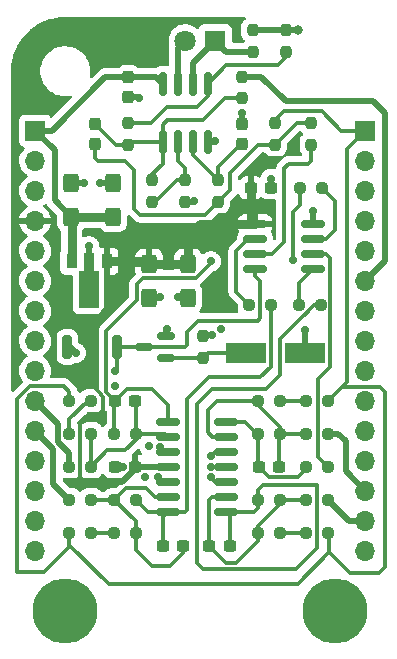
<source format=gbr>
%TF.GenerationSoftware,KiCad,Pcbnew,(6.0.9-0)*%
%TF.CreationDate,2024-03-22T18:11:38+01:00*%
%TF.ProjectId,lfo-board,6c666f2d-626f-4617-9264-2e6b69636164,rev?*%
%TF.SameCoordinates,Original*%
%TF.FileFunction,Copper,L1,Top*%
%TF.FilePolarity,Positive*%
%FSLAX46Y46*%
G04 Gerber Fmt 4.6, Leading zero omitted, Abs format (unit mm)*
G04 Created by KiCad (PCBNEW (6.0.9-0)) date 2024-03-22 18:11:38*
%MOMM*%
%LPD*%
G01*
G04 APERTURE LIST*
G04 Aperture macros list*
%AMRoundRect*
0 Rectangle with rounded corners*
0 $1 Rounding radius*
0 $2 $3 $4 $5 $6 $7 $8 $9 X,Y pos of 4 corners*
0 Add a 4 corners polygon primitive as box body*
4,1,4,$2,$3,$4,$5,$6,$7,$8,$9,$2,$3,0*
0 Add four circle primitives for the rounded corners*
1,1,$1+$1,$2,$3*
1,1,$1+$1,$4,$5*
1,1,$1+$1,$6,$7*
1,1,$1+$1,$8,$9*
0 Add four rect primitives between the rounded corners*
20,1,$1+$1,$2,$3,$4,$5,0*
20,1,$1+$1,$4,$5,$6,$7,0*
20,1,$1+$1,$6,$7,$8,$9,0*
20,1,$1+$1,$8,$9,$2,$3,0*%
%AMFreePoly0*
4,1,9,3.862500,-0.866500,0.737500,-0.866500,0.737500,-0.450000,-0.737500,-0.450000,-0.737500,0.450000,0.737500,0.450000,0.737500,0.866500,3.862500,0.866500,3.862500,-0.866500,3.862500,-0.866500,$1*%
G04 Aperture macros list end*
%TA.AperFunction,SMDPad,CuDef*%
%ADD10RoundRect,0.237500X-0.300000X-0.237500X0.300000X-0.237500X0.300000X0.237500X-0.300000X0.237500X0*%
%TD*%
%TA.AperFunction,ComponentPad*%
%ADD11C,5.500000*%
%TD*%
%TA.AperFunction,SMDPad,CuDef*%
%ADD12RoundRect,0.237500X0.250000X0.237500X-0.250000X0.237500X-0.250000X-0.237500X0.250000X-0.237500X0*%
%TD*%
%TA.AperFunction,SMDPad,CuDef*%
%ADD13RoundRect,0.237500X0.237500X-0.250000X0.237500X0.250000X-0.237500X0.250000X-0.237500X-0.250000X0*%
%TD*%
%TA.AperFunction,SMDPad,CuDef*%
%ADD14R,0.900000X1.300000*%
%TD*%
%TA.AperFunction,SMDPad,CuDef*%
%ADD15FreePoly0,270.000000*%
%TD*%
%TA.AperFunction,SMDPad,CuDef*%
%ADD16RoundRect,0.237500X0.300000X0.237500X-0.300000X0.237500X-0.300000X-0.237500X0.300000X-0.237500X0*%
%TD*%
%TA.AperFunction,SMDPad,CuDef*%
%ADD17RoundRect,0.150000X0.587500X0.150000X-0.587500X0.150000X-0.587500X-0.150000X0.587500X-0.150000X0*%
%TD*%
%TA.AperFunction,SMDPad,CuDef*%
%ADD18RoundRect,0.200000X-0.200000X-0.800000X0.200000X-0.800000X0.200000X0.800000X-0.200000X0.800000X0*%
%TD*%
%TA.AperFunction,SMDPad,CuDef*%
%ADD19RoundRect,0.150000X-0.825000X-0.150000X0.825000X-0.150000X0.825000X0.150000X-0.825000X0.150000X0*%
%TD*%
%TA.AperFunction,SMDPad,CuDef*%
%ADD20RoundRect,0.237500X-0.250000X-0.237500X0.250000X-0.237500X0.250000X0.237500X-0.250000X0.237500X0*%
%TD*%
%TA.AperFunction,ComponentPad*%
%ADD21R,1.800000X1.800000*%
%TD*%
%TA.AperFunction,ComponentPad*%
%ADD22C,1.800000*%
%TD*%
%TA.AperFunction,SMDPad,CuDef*%
%ADD23RoundRect,0.250000X0.425000X-0.537500X0.425000X0.537500X-0.425000X0.537500X-0.425000X-0.537500X0*%
%TD*%
%TA.AperFunction,SMDPad,CuDef*%
%ADD24RoundRect,0.237500X0.237500X-0.300000X0.237500X0.300000X-0.237500X0.300000X-0.237500X-0.300000X0*%
%TD*%
%TA.AperFunction,SMDPad,CuDef*%
%ADD25RoundRect,0.250000X-0.425000X0.537500X-0.425000X-0.537500X0.425000X-0.537500X0.425000X0.537500X0*%
%TD*%
%TA.AperFunction,SMDPad,CuDef*%
%ADD26RoundRect,0.237500X-0.237500X0.250000X-0.237500X-0.250000X0.237500X-0.250000X0.237500X0.250000X0*%
%TD*%
%TA.AperFunction,ComponentPad*%
%ADD27R,1.700000X1.700000*%
%TD*%
%TA.AperFunction,ComponentPad*%
%ADD28O,1.700000X1.700000*%
%TD*%
%TA.AperFunction,SMDPad,CuDef*%
%ADD29R,3.500000X1.800000*%
%TD*%
%TA.AperFunction,SMDPad,CuDef*%
%ADD30RoundRect,0.150000X0.150000X-0.825000X0.150000X0.825000X-0.150000X0.825000X-0.150000X-0.825000X0*%
%TD*%
%TA.AperFunction,ViaPad*%
%ADD31C,0.700000*%
%TD*%
%TA.AperFunction,ViaPad*%
%ADD32C,0.800000*%
%TD*%
%TA.AperFunction,Conductor*%
%ADD33C,0.500000*%
%TD*%
%TA.AperFunction,Conductor*%
%ADD34C,0.300000*%
%TD*%
%TA.AperFunction,Conductor*%
%ADD35C,0.800000*%
%TD*%
G04 APERTURE END LIST*
D10*
%TO.P,C7,1*%
%TO.N,Net-(C7-Pad1)*%
X42672000Y-93599000D03*
%TO.P,C7,2*%
%TO.N,Net-(C7-Pad2)*%
X44397000Y-93599000D03*
%TD*%
D11*
%TO.P,H1,1,1*%
%TO.N,/GND*%
X30480000Y-99060000D03*
%TD*%
D12*
%TO.P,R12,1*%
%TO.N,Net-(C3-Pad1)*%
X36472500Y-84074000D03*
%TO.P,R12,2*%
%TO.N,Net-(C3-Pad2)*%
X34647500Y-84074000D03*
%TD*%
D13*
%TO.P,R34,1*%
%TO.N,Net-(D2-Pad1)*%
X46355000Y-51712500D03*
%TO.P,R34,2*%
%TO.N,/+4.5V*%
X46355000Y-49887500D03*
%TD*%
D14*
%TO.P,U5,1,OUT*%
%TO.N,/+5V*%
X34012000Y-69470000D03*
D15*
%TO.P,U5,2,GND*%
%TO.N,/GND*%
X32512000Y-69557500D03*
D14*
%TO.P,U5,3,IN*%
%TO.N,/+9V*%
X31012000Y-69470000D03*
%TD*%
D12*
%TO.P,R26,1*%
%TO.N,Net-(C7-Pad1)*%
X48664500Y-89662000D03*
%TO.P,R26,2*%
%TO.N,Net-(C7-Pad2)*%
X46839500Y-89662000D03*
%TD*%
%TO.P,R23,1*%
%TO.N,/+9V*%
X52728500Y-81280000D03*
%TO.P,R23,2*%
%TO.N,Net-(R23-Pad2)*%
X50903500Y-81280000D03*
%TD*%
D16*
%TO.P,C14,1*%
%TO.N,/GND*%
X47917500Y-63246000D03*
%TO.P,C14,2*%
%TO.N,/+5V*%
X46192500Y-63246000D03*
%TD*%
D17*
%TO.P,Q1,1,B*%
%TO.N,Net-(D1-Pad1)*%
X39037500Y-77658000D03*
%TO.P,Q1,2,E*%
%TO.N,/GND*%
X39037500Y-75758000D03*
%TO.P,Q1,3,C*%
%TO.N,/Tap*%
X37162500Y-76708000D03*
%TD*%
D18*
%TO.P,SW1,1,1*%
%TO.N,/GND*%
X30666000Y-76708000D03*
%TO.P,SW1,2,2*%
%TO.N,/Tap*%
X34866000Y-76708000D03*
%TD*%
D19*
%TO.P,U4,1,+5V*%
%TO.N,/+5V*%
X46547000Y-66294000D03*
%TO.P,U4,2,Offset_CV*%
%TO.N,/LFO/OffsetCV*%
X46547000Y-67564000D03*
%TO.P,U4,3,PDM_Out*%
%TO.N,Net-(R31-Pad1)*%
X46547000Y-68834000D03*
%TO.P,U4,4,Tap_Tempo*%
%TO.N,/Tap*%
X46547000Y-70104000D03*
%TO.P,U4,5,Depth_CV*%
%TO.N,/LFO/DepthCV*%
X51497000Y-70104000D03*
%TO.P,U4,6,Waveform_CV*%
%TO.N,/LFO/WaveformCV*%
X51497000Y-68834000D03*
%TO.P,U4,7,Freq_CV*%
%TO.N,/LFO/FreqCV*%
X51497000Y-67564000D03*
%TO.P,U4,8,GND*%
%TO.N,/GND*%
X51497000Y-66294000D03*
%TD*%
D12*
%TO.P,R25,1*%
%TO.N,/Vform*%
X52728500Y-84074000D03*
%TO.P,R25,2*%
%TO.N,Net-(C8-Pad1)*%
X50903500Y-84074000D03*
%TD*%
D20*
%TO.P,R10,1*%
%TO.N,/Vof*%
X30837500Y-89662000D03*
%TO.P,R10,2*%
%TO.N,Net-(C4-Pad1)*%
X32662500Y-89662000D03*
%TD*%
D16*
%TO.P,C3,1*%
%TO.N,Net-(C3-Pad1)*%
X36422500Y-81280000D03*
%TO.P,C3,2*%
%TO.N,Net-(C3-Pad2)*%
X34697500Y-81280000D03*
%TD*%
D20*
%TO.P,R29,1*%
%TO.N,Net-(C8-Pad2)*%
X50903500Y-86868000D03*
%TO.P,R29,2*%
%TO.N,/LFO/WaveformCV*%
X52728500Y-86868000D03*
%TD*%
D21*
%TO.P,D2,1,KA*%
%TO.N,Net-(D2-Pad1)*%
X43185000Y-50800000D03*
D22*
%TO.P,D2,2,AK*%
%TO.N,Net-(D2-Pad2)*%
X40645000Y-50800000D03*
%TD*%
D23*
%TO.P,C13,1*%
%TO.N,/+9V*%
X34544000Y-65699500D03*
%TO.P,C13,2*%
%TO.N,/GND*%
X34544000Y-62824500D03*
%TD*%
D24*
%TO.P,C19,1*%
%TO.N,/GND*%
X35814000Y-55599500D03*
%TO.P,C19,2*%
%TO.N,/+9V*%
X35814000Y-53874500D03*
%TD*%
D11*
%TO.P,H3,1,1*%
%TO.N,/GND*%
X53340000Y-99060000D03*
%TD*%
D24*
%TO.P,C17,1*%
%TO.N,Net-(C17-Pad1)*%
X33020000Y-59536500D03*
%TO.P,C17,2*%
%TO.N,/LFO/LFOFiltered*%
X33020000Y-57811500D03*
%TD*%
D20*
%TO.P,R2,1*%
%TO.N,Net-(R2-Pad1)*%
X34647500Y-92456000D03*
%TO.P,R2,2*%
%TO.N,Net-(C4-Pad1)*%
X36472500Y-92456000D03*
%TD*%
D13*
%TO.P,R32,1*%
%TO.N,Net-(C17-Pad1)*%
X43434000Y-64412500D03*
%TO.P,R32,2*%
%TO.N,Net-(C18-Pad1)*%
X43434000Y-62587500D03*
%TD*%
D20*
%TO.P,R1,1*%
%TO.N,Net-(R1-Pad1)*%
X30837500Y-84074000D03*
%TO.P,R1,2*%
%TO.N,Net-(C3-Pad1)*%
X32662500Y-84074000D03*
%TD*%
D16*
%TO.P,C11,1*%
%TO.N,/+5V*%
X36422500Y-86868000D03*
%TO.P,C11,2*%
%TO.N,/GND*%
X34697500Y-86868000D03*
%TD*%
D19*
%TO.P,U1,1*%
%TO.N,Net-(C3-Pad2)*%
X39181000Y-83058000D03*
%TO.P,U1,2,-*%
%TO.N,Net-(C3-Pad1)*%
X39181000Y-84328000D03*
%TO.P,U1,3,+*%
%TO.N,/+4.5V*%
X39181000Y-85598000D03*
%TO.P,U1,4,V+*%
%TO.N,/+5V*%
X39181000Y-86868000D03*
%TO.P,U1,5,+*%
%TO.N,/+4.5V*%
X39181000Y-88138000D03*
%TO.P,U1,6,-*%
%TO.N,Net-(C4-Pad1)*%
X39181000Y-89408000D03*
%TO.P,U1,7*%
%TO.N,Net-(C4-Pad2)*%
X39181000Y-90678000D03*
%TO.P,U1,8*%
%TO.N,Net-(C7-Pad2)*%
X44131000Y-90678000D03*
%TO.P,U1,9,-*%
%TO.N,Net-(C7-Pad1)*%
X44131000Y-89408000D03*
%TO.P,U1,10,+*%
%TO.N,/+4.5V*%
X44131000Y-88138000D03*
%TO.P,U1,11,V-*%
%TO.N,/GND*%
X44131000Y-86868000D03*
%TO.P,U1,12,+*%
%TO.N,/+4.5V*%
X44131000Y-85598000D03*
%TO.P,U1,13,-*%
%TO.N,Net-(C8-Pad1)*%
X44131000Y-84328000D03*
%TO.P,U1,14*%
%TO.N,Net-(C8-Pad2)*%
X44131000Y-83058000D03*
%TD*%
D13*
%TO.P,R31,1*%
%TO.N,Net-(R31-Pad1)*%
X51308000Y-59586500D03*
%TO.P,R31,2*%
%TO.N,Net-(C17-Pad1)*%
X51308000Y-57761500D03*
%TD*%
D25*
%TO.P,C16,1*%
%TO.N,/+5V*%
X40894000Y-69682500D03*
%TO.P,C16,2*%
%TO.N,/GND*%
X40894000Y-72557500D03*
%TD*%
D13*
%TO.P,R33,1*%
%TO.N,/LFO/LFOFiltered*%
X35814000Y-59586500D03*
%TO.P,R33,2*%
%TO.N,Net-(R33-Pad2)*%
X35814000Y-57761500D03*
%TD*%
D20*
%TO.P,R14,1*%
%TO.N,Net-(C3-Pad2)*%
X50395500Y-63246000D03*
%TO.P,R14,2*%
%TO.N,/LFO/FreqCV*%
X52220500Y-63246000D03*
%TD*%
D12*
%TO.P,R20,1*%
%TO.N,/+9V*%
X52728500Y-92456000D03*
%TO.P,R20,2*%
%TO.N,Net-(R20-Pad2)*%
X50903500Y-92456000D03*
%TD*%
D26*
%TO.P,R35,1*%
%TO.N,/+4.5V*%
X49149000Y-49887500D03*
%TO.P,R35,2*%
%TO.N,Net-(R33-Pad2)*%
X49149000Y-51712500D03*
%TD*%
D27*
%TO.P,J2,1,Pin_1*%
%TO.N,/+9V*%
X27940000Y-58420000D03*
D28*
%TO.P,J2,2,Pin_2*%
%TO.N,/GND*%
X27940000Y-60960000D03*
%TO.P,J2,3,Pin_3*%
%TO.N,/+4.5V*%
X27940000Y-63500000D03*
%TO.P,J2,4,Pin_4*%
%TO.N,/+5V*%
X27940000Y-66040000D03*
%TO.P,J2,5,Pin_5*%
%TO.N,/GND*%
X27940000Y-68580000D03*
%TO.P,J2,6,Pin_6*%
%TO.N,/Out*%
X27940000Y-71120000D03*
%TO.P,J2,7,Pin_7*%
%TO.N,/GND*%
X27940000Y-73660000D03*
%TO.P,J2,8,Pin_8*%
%TO.N,/Sync*%
X27940000Y-76200000D03*
%TO.P,J2,9,Pin_9*%
%TO.N,/Tap*%
X27940000Y-78740000D03*
%TO.P,J2,10,Pin_10*%
%TO.N,/Vfreq*%
X27940000Y-81280000D03*
%TO.P,J2,11,Pin_11*%
%TO.N,/Vof*%
X27940000Y-83820000D03*
%TO.P,J2,12,Pin_12*%
%TO.N,/GND*%
X27940000Y-86360000D03*
%TO.P,J2,13,Pin_13*%
%TO.N,/Vform*%
X27940000Y-88900000D03*
%TO.P,J2,14,Pin_14*%
%TO.N,/Vdepth*%
X27940000Y-91440000D03*
%TO.P,J2,15,Pin_15*%
%TO.N,/GND*%
X27940000Y-93980000D03*
%TD*%
D12*
%TO.P,R3,1*%
%TO.N,Net-(R20-Pad2)*%
X48664500Y-92456000D03*
%TO.P,R3,2*%
%TO.N,Net-(C7-Pad1)*%
X46839500Y-92456000D03*
%TD*%
%TO.P,R4,1*%
%TO.N,Net-(R23-Pad2)*%
X48664500Y-81280000D03*
%TO.P,R4,2*%
%TO.N,Net-(C8-Pad1)*%
X46839500Y-81280000D03*
%TD*%
D26*
%TO.P,R5,1*%
%TO.N,/Sync*%
X42164000Y-75795500D03*
%TO.P,R5,2*%
%TO.N,Net-(D1-Pad1)*%
X42164000Y-77620500D03*
%TD*%
D12*
%TO.P,R22,1*%
%TO.N,/Vdepth*%
X52728500Y-89662000D03*
%TO.P,R22,2*%
%TO.N,Net-(C7-Pad1)*%
X50903500Y-89662000D03*
%TD*%
D20*
%TO.P,R8,1*%
%TO.N,/Vfreq*%
X30837500Y-86868000D03*
%TO.P,R8,2*%
%TO.N,Net-(C3-Pad1)*%
X32662500Y-86868000D03*
%TD*%
%TO.P,R9,1*%
%TO.N,/+9V*%
X30837500Y-92456000D03*
%TO.P,R9,2*%
%TO.N,Net-(R2-Pad1)*%
X32662500Y-92456000D03*
%TD*%
D26*
%TO.P,R30,1*%
%TO.N,/+9V*%
X48260000Y-57761500D03*
%TO.P,R30,2*%
%TO.N,Net-(C17-Pad1)*%
X48260000Y-59586500D03*
%TD*%
D12*
%TO.P,R27,1*%
%TO.N,Net-(C8-Pad1)*%
X48664500Y-84074000D03*
%TO.P,R27,2*%
%TO.N,Net-(C8-Pad2)*%
X46839500Y-84074000D03*
%TD*%
D16*
%TO.P,C8,1*%
%TO.N,Net-(C8-Pad1)*%
X48614500Y-86868000D03*
%TO.P,C8,2*%
%TO.N,Net-(C8-Pad2)*%
X46889500Y-86868000D03*
%TD*%
D13*
%TO.P,R37,1*%
%TO.N,/GND*%
X40640000Y-64412500D03*
%TO.P,R37,2*%
%TO.N,Net-(R36-Pad1)*%
X40640000Y-62587500D03*
%TD*%
D29*
%TO.P,D1,1,K*%
%TO.N,Net-(D1-Pad1)*%
X45760000Y-77216000D03*
%TO.P,D1,2,A*%
%TO.N,/GND*%
X50760000Y-77216000D03*
%TD*%
D12*
%TO.P,R28,1*%
%TO.N,Net-(C7-Pad2)*%
X52093500Y-73152000D03*
%TO.P,R28,2*%
%TO.N,/LFO/DepthCV*%
X50268500Y-73152000D03*
%TD*%
D16*
%TO.P,C4,1*%
%TO.N,Net-(C4-Pad1)*%
X40486500Y-93599000D03*
%TO.P,C4,2*%
%TO.N,Net-(C4-Pad2)*%
X38761500Y-93599000D03*
%TD*%
D23*
%TO.P,C12,1*%
%TO.N,/+9V*%
X30988000Y-65699500D03*
%TO.P,C12,2*%
%TO.N,/GND*%
X30988000Y-62824500D03*
%TD*%
D26*
%TO.P,R38,1*%
%TO.N,/Out*%
X45466000Y-53824500D03*
%TO.P,R38,2*%
%TO.N,/LFO/LFOFiltered*%
X45466000Y-55649500D03*
%TD*%
D30*
%TO.P,U6,1*%
%TO.N,/LFO/LFOFiltered*%
X38735000Y-59371000D03*
%TO.P,U6,2,-*%
%TO.N,Net-(R36-Pad1)*%
X40005000Y-59371000D03*
%TO.P,U6,3,+*%
%TO.N,Net-(C18-Pad1)*%
X41275000Y-59371000D03*
%TO.P,U6,4,V-*%
%TO.N,/GND*%
X42545000Y-59371000D03*
%TO.P,U6,5,+*%
%TO.N,Net-(R33-Pad2)*%
X42545000Y-54421000D03*
%TO.P,U6,6,-*%
%TO.N,Net-(D2-Pad1)*%
X41275000Y-54421000D03*
%TO.P,U6,7*%
%TO.N,Net-(D2-Pad2)*%
X40005000Y-54421000D03*
%TO.P,U6,8,V+*%
%TO.N,/+9V*%
X38735000Y-54421000D03*
%TD*%
D12*
%TO.P,R15,1*%
%TO.N,Net-(C4-Pad2)*%
X47902500Y-73152000D03*
%TO.P,R15,2*%
%TO.N,/LFO/OffsetCV*%
X46077500Y-73152000D03*
%TD*%
D24*
%TO.P,C18,1*%
%TO.N,Net-(C18-Pad1)*%
X45466000Y-59536500D03*
%TO.P,C18,2*%
%TO.N,/GND*%
X45466000Y-57811500D03*
%TD*%
D20*
%TO.P,R13,1*%
%TO.N,Net-(C4-Pad1)*%
X34647500Y-89662000D03*
%TO.P,R13,2*%
%TO.N,Net-(C4-Pad2)*%
X36472500Y-89662000D03*
%TD*%
%TO.P,R6,1*%
%TO.N,/+9V*%
X30837500Y-81280000D03*
%TO.P,R6,2*%
%TO.N,Net-(R1-Pad1)*%
X32662500Y-81280000D03*
%TD*%
D25*
%TO.P,C15,1*%
%TO.N,/+5V*%
X37592000Y-69682500D03*
%TO.P,C15,2*%
%TO.N,/GND*%
X37592000Y-72557500D03*
%TD*%
D27*
%TO.P,J1,1,Pin_1*%
%TO.N,/+9V*%
X55880000Y-58420000D03*
D28*
%TO.P,J1,2,Pin_2*%
%TO.N,/GND*%
X55880000Y-60960000D03*
%TO.P,J1,3,Pin_3*%
%TO.N,/+4.5V*%
X55880000Y-63500000D03*
%TO.P,J1,4,Pin_4*%
%TO.N,/+5V*%
X55880000Y-66040000D03*
%TO.P,J1,5,Pin_5*%
%TO.N,/GND*%
X55880000Y-68580000D03*
%TO.P,J1,6,Pin_6*%
%TO.N,/Out*%
X55880000Y-71120000D03*
%TO.P,J1,7,Pin_7*%
%TO.N,/GND*%
X55880000Y-73660000D03*
%TO.P,J1,8,Pin_8*%
%TO.N,/Sync*%
X55880000Y-76200000D03*
%TO.P,J1,9,Pin_9*%
%TO.N,/Tap*%
X55880000Y-78740000D03*
%TO.P,J1,10,Pin_10*%
%TO.N,/Vfreq*%
X55880000Y-81280000D03*
%TO.P,J1,11,Pin_11*%
%TO.N,/Vof*%
X55880000Y-83820000D03*
%TO.P,J1,12,Pin_12*%
%TO.N,/GND*%
X55880000Y-86360000D03*
%TO.P,J1,13,Pin_13*%
%TO.N,/Vform*%
X55880000Y-88900000D03*
%TO.P,J1,14,Pin_14*%
%TO.N,/Vdepth*%
X55880000Y-91440000D03*
%TO.P,J1,15,Pin_15*%
%TO.N,/GND*%
X55880000Y-93980000D03*
%TD*%
D13*
%TO.P,R36,1*%
%TO.N,Net-(R36-Pad1)*%
X37846000Y-64412500D03*
%TO.P,R36,2*%
%TO.N,/LFO/LFOFiltered*%
X37846000Y-62587500D03*
%TD*%
D31*
%TO.N,Net-(C3-Pad2)*%
X42799000Y-69469000D03*
X49784000Y-69342000D03*
%TO.N,/GND*%
X41402000Y-64389000D03*
X36703000Y-55626000D03*
X37592000Y-85090000D03*
X43688000Y-75184000D03*
X40005000Y-72517000D03*
X35335500Y-86868000D03*
X42799000Y-86868000D03*
X34671000Y-80010000D03*
X32044500Y-62824500D03*
X45466000Y-56896000D03*
X31369000Y-77216000D03*
X39116000Y-75184000D03*
X33441500Y-62824500D03*
X37211000Y-87757000D03*
X51435000Y-65240500D03*
X32512000Y-68199000D03*
X43180000Y-59309000D03*
X38481000Y-72517000D03*
X50800000Y-75311000D03*
X47879000Y-62484000D03*
%TO.N,/+4.5V*%
X38354000Y-87757000D03*
X42799000Y-85968497D03*
D32*
X50165000Y-49911000D03*
D31*
X38487160Y-85178279D03*
X42799000Y-87767503D03*
%TO.N,/Sync*%
X42926000Y-75692000D03*
%TO.N,/Tap*%
X34671000Y-78740000D03*
%TD*%
D33*
%TO.N,/Vfreq*%
X29900000Y-83240000D02*
X29900000Y-84790050D01*
X29900000Y-84790050D02*
X30837500Y-85727550D01*
X30837500Y-85727550D02*
X30837500Y-86868000D01*
X27940000Y-81280000D02*
X29900000Y-83240000D01*
%TO.N,/Vof*%
X27940000Y-83820000D02*
X29464000Y-85344000D01*
X29464000Y-85344000D02*
X29464000Y-88288500D01*
X29464000Y-88288500D02*
X30837500Y-89662000D01*
%TO.N,/Vform*%
X54229000Y-84709000D02*
X53594000Y-84074000D01*
X55880000Y-88900000D02*
X54229000Y-87249000D01*
X54229000Y-87249000D02*
X54229000Y-84709000D01*
X53594000Y-84074000D02*
X52728500Y-84074000D01*
%TO.N,/Vdepth*%
X54506500Y-91440000D02*
X52728500Y-89662000D01*
X55880000Y-91440000D02*
X54506500Y-91440000D01*
D34*
%TO.N,Net-(C3-Pad1)*%
X36472500Y-84074000D02*
X36472500Y-81330000D01*
X36472500Y-84074000D02*
X38927000Y-84074000D01*
X32662500Y-86868000D02*
X32662500Y-86844500D01*
X34036000Y-85471000D02*
X35560000Y-85471000D01*
X38927000Y-84074000D02*
X39181000Y-84328000D01*
X36472500Y-81330000D02*
X36422500Y-81280000D01*
X32662500Y-84074000D02*
X32662500Y-86868000D01*
X35560000Y-85471000D02*
X36472500Y-84558500D01*
X36472500Y-84558500D02*
X36472500Y-84074000D01*
X32662500Y-86844500D02*
X34036000Y-85471000D01*
%TO.N,Net-(C3-Pad2)*%
X50395500Y-63246000D02*
X50395500Y-64666500D01*
X33971000Y-75376000D02*
X33971000Y-80553500D01*
X33971000Y-80553500D02*
X34697500Y-81280000D01*
X42799000Y-69469000D02*
X42799000Y-69588528D01*
X49784000Y-65278000D02*
X49784000Y-69342000D01*
X42799000Y-69588528D02*
X41521528Y-70866000D01*
X41521528Y-70866000D02*
X37084000Y-70866000D01*
X39181000Y-81599000D02*
X37846000Y-80264000D01*
X34647500Y-84074000D02*
X34647500Y-81330000D01*
X39181000Y-83058000D02*
X39181000Y-81599000D01*
X35713500Y-80264000D02*
X34697500Y-81280000D01*
X37084000Y-70866000D02*
X36567000Y-71383000D01*
X36567000Y-71383000D02*
X36567000Y-72780000D01*
X37846000Y-80264000D02*
X35713500Y-80264000D01*
X34647500Y-81330000D02*
X34697500Y-81280000D01*
X50395500Y-64666500D02*
X49784000Y-65278000D01*
X36567000Y-72780000D02*
X33971000Y-75376000D01*
%TO.N,Net-(C4-Pad1)*%
X39181000Y-89408000D02*
X38100000Y-89408000D01*
X36472500Y-92456000D02*
X36472500Y-91487000D01*
X36472500Y-91487000D02*
X34647500Y-89662000D01*
X39370000Y-95250000D02*
X37846000Y-95250000D01*
X37338000Y-88646000D02*
X35663500Y-88646000D01*
X40486500Y-94133500D02*
X39370000Y-95250000D01*
X40486500Y-93599000D02*
X40486500Y-94133500D01*
X37846000Y-95250000D02*
X36472500Y-93876500D01*
X34647500Y-89662000D02*
X32662500Y-89662000D01*
X36472500Y-93876500D02*
X36472500Y-92456000D01*
X38100000Y-89408000D02*
X37338000Y-88646000D01*
X35663500Y-88646000D02*
X34647500Y-89662000D01*
%TO.N,Net-(C4-Pad2)*%
X42672000Y-79248000D02*
X40767000Y-81153000D01*
X40640000Y-90678000D02*
X39181000Y-90678000D01*
X47860000Y-73194500D02*
X47860000Y-78378000D01*
X38761500Y-93599000D02*
X38761500Y-91097500D01*
X39181000Y-90678000D02*
X37488500Y-90678000D01*
X40767000Y-81153000D02*
X40767000Y-90551000D01*
X40767000Y-90551000D02*
X40640000Y-90678000D01*
X37488500Y-90678000D02*
X36472500Y-89662000D01*
X38761500Y-91097500D02*
X39181000Y-90678000D01*
X47860000Y-78378000D02*
X46990000Y-79248000D01*
X46990000Y-79248000D02*
X42672000Y-79248000D01*
X47902500Y-73152000D02*
X47860000Y-73194500D01*
%TO.N,Net-(R1-Pad1)*%
X30837500Y-84074000D02*
X30837500Y-82827500D01*
X30837500Y-82827500D02*
X32385000Y-81280000D01*
X32385000Y-81280000D02*
X32662500Y-81280000D01*
%TO.N,Net-(R2-Pad1)*%
X32662500Y-92456000D02*
X34647500Y-92456000D01*
%TO.N,Net-(R20-Pad2)*%
X48664500Y-92456000D02*
X50903500Y-92456000D01*
%TO.N,Net-(R23-Pad2)*%
X50903500Y-81280000D02*
X48664500Y-81280000D01*
%TO.N,Net-(C7-Pad1)*%
X46839500Y-93114500D02*
X46839500Y-92456000D01*
X44958000Y-94996000D02*
X46839500Y-93114500D01*
X44069000Y-94996000D02*
X44958000Y-94996000D01*
X42672000Y-89662000D02*
X42672000Y-93599000D01*
X48664500Y-90019500D02*
X48664500Y-89662000D01*
X48664500Y-89662000D02*
X50903500Y-89662000D01*
X42672000Y-93599000D02*
X44069000Y-94996000D01*
X44131000Y-89408000D02*
X42926000Y-89408000D01*
X42926000Y-89408000D02*
X42672000Y-89662000D01*
X46839500Y-92456000D02*
X46839500Y-91844500D01*
X46839500Y-91844500D02*
X48664500Y-90019500D01*
%TO.N,Net-(C7-Pad2)*%
X44397000Y-93599000D02*
X44397000Y-90944000D01*
X42926000Y-80264000D02*
X41656000Y-81534000D01*
X44397000Y-90944000D02*
X44131000Y-90678000D01*
X41656000Y-94996000D02*
X42164000Y-95504000D01*
X51816000Y-88392000D02*
X47244000Y-88392000D01*
X47498000Y-80264000D02*
X42926000Y-80264000D01*
X51816000Y-93726000D02*
X51816000Y-88392000D01*
X46839500Y-90320500D02*
X46839500Y-89662000D01*
X42164000Y-95504000D02*
X50038000Y-95504000D01*
X44131000Y-90678000D02*
X46482000Y-90678000D01*
X51562000Y-73152000D02*
X51106000Y-73608000D01*
X51106000Y-73632850D02*
X50761850Y-73977000D01*
X50737000Y-73977000D02*
X48660000Y-76054000D01*
X50038000Y-95504000D02*
X51816000Y-93726000D01*
X48660000Y-76054000D02*
X48660000Y-79102000D01*
X46839500Y-88796500D02*
X46839500Y-89662000D01*
X41656000Y-81534000D02*
X41656000Y-94996000D01*
X50761850Y-73977000D02*
X50737000Y-73977000D01*
X46482000Y-90678000D02*
X46839500Y-90320500D01*
X52093500Y-73152000D02*
X51562000Y-73152000D01*
X47244000Y-88392000D02*
X46839500Y-88796500D01*
X51106000Y-73608000D02*
X51106000Y-73632850D01*
X48660000Y-79102000D02*
X47498000Y-80264000D01*
%TO.N,Net-(C8-Pad1)*%
X44131000Y-84328000D02*
X42926000Y-84328000D01*
X48614500Y-86868000D02*
X48614500Y-84124000D01*
X48664500Y-84074000D02*
X48664500Y-83462500D01*
X48614500Y-84124000D02*
X48664500Y-84074000D01*
X48664500Y-83462500D02*
X46839500Y-81637500D01*
X42926000Y-84328000D02*
X42545000Y-83947000D01*
X42545000Y-82042000D02*
X43307000Y-81280000D01*
X43307000Y-81280000D02*
X46839500Y-81280000D01*
X42545000Y-83947000D02*
X42545000Y-82042000D01*
X46839500Y-81637500D02*
X46839500Y-81280000D01*
X50903500Y-84074000D02*
X48664500Y-84074000D01*
%TO.N,Net-(C8-Pad2)*%
X50903500Y-87018500D02*
X50229000Y-87693000D01*
X46839500Y-84074000D02*
X46736000Y-84074000D01*
X47714500Y-87693000D02*
X46889500Y-86868000D01*
X46736000Y-84074000D02*
X45720000Y-83058000D01*
X46839500Y-84074000D02*
X46839500Y-86818000D01*
X46839500Y-86818000D02*
X46889500Y-86868000D01*
X50903500Y-86868000D02*
X50903500Y-87018500D01*
X50229000Y-87693000D02*
X47714500Y-87693000D01*
X45720000Y-83058000D02*
X44131000Y-83058000D01*
D35*
%TO.N,/+5V*%
X40894000Y-69682500D02*
X37592000Y-69682500D01*
X41910000Y-66294000D02*
X46547000Y-66294000D01*
X46228000Y-63281500D02*
X46192500Y-63246000D01*
D34*
X32131000Y-82677000D02*
X31750000Y-83058000D01*
D33*
X36422500Y-86868000D02*
X39181000Y-86868000D01*
D35*
X37379500Y-69470000D02*
X37592000Y-69682500D01*
D33*
X34036000Y-73533000D02*
X34036000Y-72898000D01*
D34*
X33471000Y-80715000D02*
X33471000Y-80760606D01*
X33471000Y-80760606D02*
X33655000Y-80944606D01*
X32639000Y-79883000D02*
X33471000Y-80715000D01*
D33*
X34036000Y-72898000D02*
X34012000Y-72874000D01*
D34*
X33655000Y-82169000D02*
X33147000Y-82677000D01*
D33*
X32639000Y-74930000D02*
X34036000Y-73533000D01*
X31877000Y-88138000D02*
X35306000Y-88138000D01*
X34012000Y-72874000D02*
X34012000Y-69470000D01*
D35*
X40894000Y-69682500D02*
X40894000Y-67310000D01*
D33*
X32639000Y-79883000D02*
X32639000Y-74930000D01*
D34*
X31750000Y-83058000D02*
X31750000Y-88011000D01*
D35*
X34012000Y-69470000D02*
X37379500Y-69470000D01*
X40894000Y-67310000D02*
X41910000Y-66294000D01*
D34*
X33147000Y-82677000D02*
X32131000Y-82677000D01*
D35*
X46228000Y-65975000D02*
X46228000Y-63281500D01*
X46547000Y-66294000D02*
X46228000Y-65975000D01*
D33*
X35306000Y-88138000D02*
X36422500Y-87021500D01*
X36422500Y-87021500D02*
X36422500Y-86868000D01*
D34*
X33655000Y-80944606D02*
X33655000Y-82169000D01*
X31750000Y-88011000D02*
X31877000Y-88138000D01*
D33*
%TO.N,/GND*%
X40894000Y-72557500D02*
X40045500Y-72557500D01*
X36676500Y-55599500D02*
X36703000Y-55626000D01*
X43118000Y-59371000D02*
X43180000Y-59309000D01*
X41378500Y-64412500D02*
X41402000Y-64389000D01*
X39037500Y-75262500D02*
X39116000Y-75184000D01*
X45466000Y-57811500D02*
X45466000Y-56896000D01*
D34*
X44131000Y-86868000D02*
X42799000Y-86868000D01*
D33*
X38440500Y-72557500D02*
X38481000Y-72517000D01*
X39037500Y-75758000D02*
X39037500Y-75262500D01*
X50760000Y-77216000D02*
X50760000Y-75351000D01*
X32044500Y-62824500D02*
X30988000Y-62824500D01*
X30666000Y-76708000D02*
X30861000Y-76708000D01*
X50760000Y-75351000D02*
X50800000Y-75311000D01*
D34*
X34697500Y-86868000D02*
X35335500Y-86868000D01*
D33*
X32512000Y-69557500D02*
X32512000Y-68199000D01*
X47917500Y-62522500D02*
X47917500Y-63246000D01*
X33441500Y-62824500D02*
X34544000Y-62824500D01*
X30861000Y-76708000D02*
X31369000Y-77216000D01*
X51497000Y-65302500D02*
X51435000Y-65240500D01*
X47879000Y-62484000D02*
X47917500Y-62522500D01*
X51497000Y-66294000D02*
X51497000Y-65302500D01*
X42545000Y-59371000D02*
X43118000Y-59371000D01*
X37592000Y-72557500D02*
X38440500Y-72557500D01*
X35814000Y-55599500D02*
X36676500Y-55599500D01*
X40640000Y-64412500D02*
X41378500Y-64412500D01*
X40045500Y-72557500D02*
X40005000Y-72517000D01*
D34*
%TO.N,/+9V*%
X30837500Y-93448500D02*
X34163000Y-96774000D01*
X30837500Y-92456000D02*
X30837500Y-93622500D01*
X53928500Y-80080000D02*
X57093000Y-80080000D01*
X53848000Y-58420000D02*
X55880000Y-58420000D01*
D33*
X29591000Y-60071000D02*
X29591000Y-64302500D01*
D34*
X30353000Y-80010000D02*
X30837500Y-80494500D01*
X54356000Y-59944000D02*
X55880000Y-58420000D01*
D33*
X35814000Y-53874500D02*
X38188500Y-53874500D01*
X35814000Y-53874500D02*
X33882500Y-53874500D01*
D34*
X30837500Y-93622500D02*
X28702000Y-95758000D01*
X52832000Y-92559500D02*
X52728500Y-92456000D01*
X28702000Y-95758000D02*
X26416000Y-95758000D01*
X34163000Y-96774000D02*
X50165000Y-96774000D01*
X26416000Y-95758000D02*
X26416000Y-81106943D01*
D33*
X29337000Y-58420000D02*
X27940000Y-58420000D01*
D34*
X27512943Y-80010000D02*
X30353000Y-80010000D01*
X48260000Y-57531000D02*
X49022000Y-56769000D01*
X49022000Y-56769000D02*
X52197000Y-56769000D01*
X26416000Y-81106943D02*
X27512943Y-80010000D01*
X52728500Y-81280000D02*
X53928500Y-80080000D01*
X57023000Y-95885000D02*
X54610000Y-95885000D01*
X57531000Y-80518000D02*
X57531000Y-95377000D01*
X48260000Y-57761500D02*
X48260000Y-57531000D01*
X50165000Y-96774000D02*
X52832000Y-94107000D01*
X54356000Y-79652500D02*
X54356000Y-59944000D01*
X52197000Y-56769000D02*
X53848000Y-58420000D01*
D33*
X29591000Y-64302500D02*
X30988000Y-65699500D01*
D34*
X52728500Y-81280000D02*
X54356000Y-79652500D01*
X30837500Y-80494500D02*
X30837500Y-81280000D01*
X57093000Y-80080000D02*
X57531000Y-80518000D01*
D35*
X31012000Y-69470000D02*
X31012000Y-65723500D01*
X31012000Y-65723500D02*
X30988000Y-65699500D01*
D34*
X30837500Y-92456000D02*
X30837500Y-93448500D01*
X54610000Y-95885000D02*
X52832000Y-94107000D01*
D33*
X27940000Y-58420000D02*
X29591000Y-60071000D01*
X38188500Y-53874500D02*
X38735000Y-54421000D01*
D34*
X57531000Y-95377000D02*
X57023000Y-95885000D01*
D35*
X34544000Y-65699500D02*
X30988000Y-65699500D01*
D33*
X33882500Y-53874500D02*
X29337000Y-58420000D01*
D34*
X52832000Y-94107000D02*
X52832000Y-92559500D01*
%TO.N,Net-(C17-Pad1)*%
X43434000Y-64412500D02*
X42314500Y-65532000D01*
X33274000Y-60960000D02*
X33020000Y-60706000D01*
X46839500Y-59586500D02*
X48260000Y-59586500D01*
X33020000Y-60706000D02*
X33020000Y-59536500D01*
X43434000Y-64412500D02*
X44450000Y-63396500D01*
X36830000Y-65532000D02*
X36322000Y-65024000D01*
X44450000Y-63396500D02*
X44450000Y-61976000D01*
X44450000Y-61976000D02*
X46839500Y-59586500D01*
X42314500Y-65532000D02*
X36830000Y-65532000D01*
X50085000Y-57761500D02*
X48260000Y-59586500D01*
X35560000Y-60960000D02*
X33274000Y-60960000D01*
X36322000Y-65024000D02*
X36322000Y-61722000D01*
X36322000Y-61722000D02*
X35560000Y-60960000D01*
X51308000Y-57761500D02*
X50085000Y-57761500D01*
%TO.N,/LFO/LFOFiltered*%
X42164000Y-57531000D02*
X39116000Y-57531000D01*
X38735000Y-59371000D02*
X36029500Y-59371000D01*
X39116000Y-57531000D02*
X38735000Y-57912000D01*
X45466000Y-55649500D02*
X44045500Y-55649500D01*
X37846000Y-62103000D02*
X38735000Y-61214000D01*
X38735000Y-61214000D02*
X38735000Y-59371000D01*
X35814000Y-59586500D02*
X34795000Y-59586500D01*
X38735000Y-57912000D02*
X38735000Y-59371000D01*
X36029500Y-59371000D02*
X35814000Y-59586500D01*
X37846000Y-62587500D02*
X37846000Y-62103000D01*
X34795000Y-59586500D02*
X33020000Y-57811500D01*
X44045500Y-55649500D02*
X42164000Y-57531000D01*
%TO.N,Net-(C18-Pad1)*%
X43434000Y-61468000D02*
X45365500Y-59536500D01*
X45365500Y-59536500D02*
X45466000Y-59536500D01*
X43434000Y-62587500D02*
X41275000Y-60428500D01*
X43434000Y-62587500D02*
X43434000Y-61468000D01*
X41275000Y-60428500D02*
X41275000Y-59371000D01*
%TO.N,Net-(D1-Pad1)*%
X42164000Y-77620500D02*
X39075000Y-77620500D01*
X39075000Y-77620500D02*
X39037500Y-77658000D01*
X42164000Y-77620500D02*
X42568500Y-77216000D01*
X42568500Y-77216000D02*
X45760000Y-77216000D01*
D33*
%TO.N,Net-(D2-Pad1)*%
X46355000Y-51712500D02*
X44097500Y-51712500D01*
X41275000Y-54421000D02*
X41275000Y-52710000D01*
X41275000Y-52710000D02*
X43185000Y-50800000D01*
X44097500Y-51712500D02*
X43185000Y-50800000D01*
%TO.N,Net-(D2-Pad2)*%
X40005000Y-51440000D02*
X40645000Y-50800000D01*
X40005000Y-54421000D02*
X40005000Y-51440000D01*
D34*
%TO.N,/+4.5V*%
X43169497Y-88138000D02*
X44131000Y-88138000D01*
X38487160Y-85178279D02*
X38906881Y-85598000D01*
X39181000Y-88138000D02*
X38735000Y-88138000D01*
D33*
X49149000Y-49887500D02*
X46355000Y-49887500D01*
D34*
X38906881Y-85598000D02*
X39181000Y-85598000D01*
D33*
X49149000Y-49887500D02*
X50141500Y-49887500D01*
D34*
X43169497Y-85598000D02*
X44131000Y-85598000D01*
X38735000Y-88138000D02*
X38354000Y-87757000D01*
D33*
X50141500Y-49887500D02*
X50165000Y-49911000D01*
D34*
X42799000Y-87767503D02*
X43169497Y-88138000D01*
X42799000Y-85968497D02*
X43169497Y-85598000D01*
D33*
%TO.N,/Out*%
X57531000Y-69469000D02*
X55880000Y-71120000D01*
X57531000Y-56896000D02*
X57531000Y-69469000D01*
X56515000Y-55880000D02*
X57531000Y-56896000D01*
X47093500Y-53824500D02*
X49149000Y-55880000D01*
X45466000Y-53824500D02*
X47093500Y-53824500D01*
X49149000Y-55880000D02*
X56515000Y-55880000D01*
%TO.N,/Sync*%
X42926000Y-75692000D02*
X42267500Y-75692000D01*
X42267500Y-75692000D02*
X42164000Y-75795500D01*
D34*
%TO.N,/Tap*%
X40767000Y-76581000D02*
X40640000Y-76708000D01*
X34866000Y-76708000D02*
X34866000Y-78545000D01*
X37162500Y-76708000D02*
X34866000Y-76708000D01*
X41721000Y-74484000D02*
X40767000Y-75438000D01*
X40640000Y-76708000D02*
X37162500Y-76708000D01*
X46801000Y-74484000D02*
X41721000Y-74484000D01*
X40767000Y-75438000D02*
X40767000Y-76581000D01*
X46980000Y-74305000D02*
X46801000Y-74484000D01*
X46980000Y-71110000D02*
X46980000Y-74305000D01*
X46547000Y-70104000D02*
X46547000Y-70677000D01*
X46547000Y-70677000D02*
X46980000Y-71110000D01*
X34866000Y-78545000D02*
X34671000Y-78740000D01*
%TO.N,/LFO/OffsetCV*%
X46077500Y-73152000D02*
X44958000Y-72032500D01*
X44958000Y-72032500D02*
X44958000Y-68580000D01*
X45974000Y-67564000D02*
X46547000Y-67564000D01*
X44958000Y-68580000D02*
X45974000Y-67564000D01*
%TO.N,/LFO/FreqCV*%
X53340000Y-64365500D02*
X53340000Y-66802000D01*
X52578000Y-67564000D02*
X51497000Y-67564000D01*
X52220500Y-63246000D02*
X53340000Y-64365500D01*
X53340000Y-66802000D02*
X52578000Y-67564000D01*
%TO.N,/LFO/WaveformCV*%
X52578000Y-68834000D02*
X51497000Y-68834000D01*
X52931000Y-78387000D02*
X52931000Y-69187000D01*
X52931000Y-69187000D02*
X52578000Y-68834000D01*
X51891000Y-79427000D02*
X52931000Y-78387000D01*
X52728500Y-86868000D02*
X51891000Y-86030500D01*
X51891000Y-86030500D02*
X51891000Y-79427000D01*
%TO.N,/LFO/DepthCV*%
X50268500Y-73152000D02*
X50268500Y-71332500D01*
X50268500Y-71332500D02*
X51497000Y-70104000D01*
%TO.N,Net-(R31-Pad1)*%
X49022000Y-61595000D02*
X49403000Y-61214000D01*
X49403000Y-61214000D02*
X51054000Y-61214000D01*
X51054000Y-61214000D02*
X51308000Y-60960000D01*
X46547000Y-68834000D02*
X48006000Y-68834000D01*
X49022000Y-67818000D02*
X49022000Y-61595000D01*
X51308000Y-60960000D02*
X51308000Y-59586500D01*
X48006000Y-68834000D02*
X49022000Y-67818000D01*
%TO.N,Net-(R33-Pad2)*%
X37742500Y-57761500D02*
X39116000Y-56388000D01*
X42545000Y-54421000D02*
X44134000Y-52832000D01*
X48514000Y-52832000D02*
X49149000Y-52197000D01*
X41656000Y-56388000D02*
X42545000Y-55499000D01*
X39116000Y-56388000D02*
X41656000Y-56388000D01*
X42545000Y-55499000D02*
X42545000Y-54421000D01*
X49149000Y-52197000D02*
X49149000Y-51712500D01*
X44134000Y-52832000D02*
X48514000Y-52832000D01*
X35814000Y-57761500D02*
X37742500Y-57761500D01*
%TO.N,Net-(R36-Pad1)*%
X40640000Y-61595000D02*
X40005000Y-60960000D01*
X38076500Y-64412500D02*
X39901500Y-62587500D01*
X37846000Y-64412500D02*
X38076500Y-64412500D01*
X40005000Y-60960000D02*
X40005000Y-59371000D01*
X40640000Y-62587500D02*
X40640000Y-61595000D01*
X39901500Y-62587500D02*
X40640000Y-62587500D01*
%TD*%
%TA.AperFunction,Conductor*%
%TO.N,/+5V*%
G36*
X33735706Y-87466042D02*
G01*
X33762140Y-87496493D01*
X33808884Y-87572031D01*
X33814066Y-87577204D01*
X33926816Y-87689758D01*
X33926821Y-87689762D01*
X33931997Y-87694929D01*
X33938227Y-87698769D01*
X33938228Y-87698770D01*
X34061695Y-87774876D01*
X34080080Y-87786209D01*
X34245191Y-87840974D01*
X34252027Y-87841674D01*
X34252030Y-87841675D01*
X34303526Y-87846951D01*
X34347928Y-87851500D01*
X35047072Y-87851500D01*
X35050318Y-87851163D01*
X35050322Y-87851163D01*
X35144235Y-87841419D01*
X35144239Y-87841418D01*
X35151093Y-87840707D01*
X35157629Y-87838526D01*
X35157631Y-87838526D01*
X35298620Y-87791488D01*
X35316107Y-87785654D01*
X35385707Y-87742585D01*
X35425809Y-87726484D01*
X35556193Y-87698770D01*
X35587136Y-87692193D01*
X35657926Y-87697595D01*
X35679448Y-87708180D01*
X35752382Y-87753137D01*
X35799875Y-87805909D01*
X35811299Y-87875981D01*
X35783025Y-87941104D01*
X35724031Y-87980604D01*
X35690224Y-87986335D01*
X35655131Y-87987438D01*
X35651173Y-87987500D01*
X35622068Y-87987500D01*
X35617668Y-87988056D01*
X35605836Y-87988988D01*
X35559669Y-87990438D01*
X35539079Y-87996420D01*
X35519718Y-88000430D01*
X35512730Y-88001312D01*
X35506296Y-88002125D01*
X35506295Y-88002125D01*
X35498436Y-88003118D01*
X35491071Y-88006034D01*
X35491067Y-88006035D01*
X35455479Y-88020126D01*
X35444269Y-88023965D01*
X35399900Y-88036855D01*
X35381435Y-88047775D01*
X35363695Y-88056466D01*
X35343744Y-88064365D01*
X35306374Y-88091516D01*
X35296452Y-88098033D01*
X35263523Y-88117507D01*
X35263519Y-88117510D01*
X35256693Y-88121547D01*
X35241529Y-88136711D01*
X35226496Y-88149551D01*
X35209143Y-88162159D01*
X35179698Y-88197752D01*
X35171708Y-88206532D01*
X34736645Y-88641595D01*
X34674333Y-88675621D01*
X34647550Y-88678500D01*
X34347928Y-88678500D01*
X34344682Y-88678837D01*
X34344678Y-88678837D01*
X34250765Y-88688581D01*
X34250761Y-88688582D01*
X34243907Y-88689293D01*
X34237371Y-88691474D01*
X34237369Y-88691474D01*
X34194933Y-88705632D01*
X34078893Y-88744346D01*
X33930969Y-88835884D01*
X33810574Y-88956489D01*
X33810572Y-88956491D01*
X33808071Y-88958997D01*
X33807642Y-88958569D01*
X33753920Y-88996656D01*
X33712958Y-89003500D01*
X33597033Y-89003500D01*
X33528912Y-88983498D01*
X33501620Y-88958783D01*
X33501116Y-88957969D01*
X33486062Y-88942941D01*
X33383184Y-88840242D01*
X33383179Y-88840238D01*
X33378003Y-88835071D01*
X33371772Y-88831230D01*
X33236150Y-88747631D01*
X33236148Y-88747630D01*
X33229920Y-88743791D01*
X33064809Y-88689026D01*
X33057973Y-88688326D01*
X33057970Y-88688325D01*
X33006474Y-88683049D01*
X32962072Y-88678500D01*
X32362928Y-88678500D01*
X32359682Y-88678837D01*
X32359678Y-88678837D01*
X32265765Y-88688581D01*
X32265761Y-88688582D01*
X32258907Y-88689293D01*
X32252371Y-88691474D01*
X32252369Y-88691474D01*
X32209933Y-88705632D01*
X32093893Y-88744346D01*
X31945969Y-88835884D01*
X31940796Y-88841066D01*
X31839253Y-88942786D01*
X31776970Y-88976865D01*
X31706150Y-88971862D01*
X31661063Y-88942941D01*
X31558188Y-88840246D01*
X31558183Y-88840242D01*
X31553003Y-88835071D01*
X31546772Y-88831230D01*
X31411150Y-88747631D01*
X31411148Y-88747630D01*
X31404920Y-88743791D01*
X31239809Y-88689026D01*
X31232973Y-88688326D01*
X31232970Y-88688325D01*
X31181474Y-88683049D01*
X31137072Y-88678500D01*
X30978871Y-88678500D01*
X30910750Y-88658498D01*
X30889776Y-88641595D01*
X30293582Y-88045401D01*
X30259556Y-87983089D01*
X30264621Y-87912274D01*
X30307168Y-87855438D01*
X30373688Y-87830627D01*
X30422341Y-87836712D01*
X30435191Y-87840974D01*
X30442027Y-87841674D01*
X30442030Y-87841675D01*
X30493526Y-87846951D01*
X30537928Y-87851500D01*
X31137072Y-87851500D01*
X31140318Y-87851163D01*
X31140322Y-87851163D01*
X31234235Y-87841419D01*
X31234239Y-87841418D01*
X31241093Y-87840707D01*
X31247629Y-87838526D01*
X31247631Y-87838526D01*
X31388620Y-87791488D01*
X31406107Y-87785654D01*
X31554031Y-87694116D01*
X31594265Y-87653812D01*
X31660747Y-87587214D01*
X31723030Y-87553135D01*
X31793850Y-87558138D01*
X31838937Y-87587059D01*
X31941812Y-87689754D01*
X31941817Y-87689758D01*
X31946997Y-87694929D01*
X31953227Y-87698769D01*
X31953228Y-87698770D01*
X32076695Y-87774876D01*
X32095080Y-87786209D01*
X32260191Y-87840974D01*
X32267027Y-87841674D01*
X32267030Y-87841675D01*
X32318526Y-87846951D01*
X32362928Y-87851500D01*
X32962072Y-87851500D01*
X32965318Y-87851163D01*
X32965322Y-87851163D01*
X33059235Y-87841419D01*
X33059239Y-87841418D01*
X33066093Y-87840707D01*
X33072629Y-87838526D01*
X33072631Y-87838526D01*
X33213620Y-87791488D01*
X33231107Y-87785654D01*
X33379031Y-87694116D01*
X33394305Y-87678815D01*
X33496758Y-87576184D01*
X33496762Y-87576179D01*
X33501929Y-87571003D01*
X33547740Y-87496684D01*
X33600511Y-87449192D01*
X33670582Y-87437768D01*
X33735706Y-87466042D01*
G37*
%TD.AperFunction*%
%TA.AperFunction,Conductor*%
G36*
X36721920Y-85344506D02*
G01*
X36778756Y-85387053D01*
X36797721Y-85423624D01*
X36803401Y-85441107D01*
X36893633Y-85597393D01*
X36898051Y-85602300D01*
X36898052Y-85602301D01*
X36972492Y-85684975D01*
X37003210Y-85748982D01*
X36994445Y-85819436D01*
X36948982Y-85873967D01*
X36881255Y-85895262D01*
X36866014Y-85894629D01*
X36775232Y-85885328D01*
X36768815Y-85885000D01*
X36694615Y-85885000D01*
X36679376Y-85889475D01*
X36678171Y-85890865D01*
X36676500Y-85898548D01*
X36676500Y-86996000D01*
X36656498Y-87064121D01*
X36602842Y-87110614D01*
X36550500Y-87122000D01*
X36311970Y-87122000D01*
X36243849Y-87101998D01*
X36197356Y-87048342D01*
X36186660Y-86982829D01*
X36198039Y-86874565D01*
X36198729Y-86868000D01*
X36179865Y-86688525D01*
X36174667Y-86672527D01*
X36168500Y-86633591D01*
X36168500Y-85903115D01*
X36164740Y-85890309D01*
X36164742Y-85819312D01*
X36196542Y-85765718D01*
X36588793Y-85373467D01*
X36651105Y-85339441D01*
X36721920Y-85344506D01*
G37*
%TD.AperFunction*%
%TA.AperFunction,Conductor*%
G36*
X33735706Y-81878042D02*
G01*
X33762140Y-81908493D01*
X33808884Y-81984031D01*
X33814065Y-81989203D01*
X33814066Y-81989204D01*
X33859346Y-82034405D01*
X33931997Y-82106929D01*
X33938225Y-82110768D01*
X33941093Y-82113033D01*
X33982155Y-82170950D01*
X33989000Y-82211914D01*
X33989000Y-83142060D01*
X33968998Y-83210181D01*
X33941264Y-83240806D01*
X33937194Y-83244032D01*
X33930969Y-83247884D01*
X33925798Y-83253064D01*
X33813242Y-83365816D01*
X33813240Y-83365819D01*
X33808071Y-83370997D01*
X33763436Y-83443409D01*
X33762261Y-83445315D01*
X33709489Y-83492808D01*
X33639418Y-83504232D01*
X33574294Y-83475958D01*
X33547860Y-83445507D01*
X33501116Y-83369969D01*
X33492692Y-83361560D01*
X33383184Y-83252242D01*
X33383179Y-83252238D01*
X33378003Y-83247071D01*
X33368101Y-83240967D01*
X33236150Y-83159631D01*
X33236148Y-83159630D01*
X33229920Y-83155791D01*
X33064809Y-83101026D01*
X33057973Y-83100326D01*
X33057970Y-83100325D01*
X33006474Y-83095049D01*
X32962072Y-83090500D01*
X32362928Y-83090500D01*
X32359682Y-83090837D01*
X32359678Y-83090837D01*
X32265765Y-83100581D01*
X32265761Y-83100582D01*
X32258907Y-83101293D01*
X32252371Y-83103474D01*
X32252369Y-83103474D01*
X32153894Y-83136328D01*
X32093893Y-83156346D01*
X31945969Y-83247884D01*
X31940797Y-83253065D01*
X31940796Y-83253066D01*
X31839253Y-83354786D01*
X31776970Y-83388865D01*
X31706150Y-83383862D01*
X31661063Y-83354941D01*
X31558185Y-83252243D01*
X31558180Y-83252239D01*
X31553003Y-83247071D01*
X31549061Y-83244641D01*
X31508636Y-83187626D01*
X31505404Y-83116703D01*
X31538695Y-83057565D01*
X32295854Y-82300405D01*
X32358167Y-82266380D01*
X32384950Y-82263500D01*
X32962072Y-82263500D01*
X32965318Y-82263163D01*
X32965322Y-82263163D01*
X33059235Y-82253419D01*
X33059239Y-82253418D01*
X33066093Y-82252707D01*
X33072629Y-82250526D01*
X33072631Y-82250526D01*
X33221000Y-82201026D01*
X33231107Y-82197654D01*
X33379031Y-82106116D01*
X33414947Y-82070137D01*
X33496758Y-81988184D01*
X33496762Y-81988179D01*
X33501929Y-81983003D01*
X33506613Y-81975405D01*
X33547739Y-81908685D01*
X33600511Y-81861192D01*
X33670582Y-81849768D01*
X33735706Y-81878042D01*
G37*
%TD.AperFunction*%
%TA.AperFunction,Conductor*%
G36*
X45729126Y-48788502D02*
G01*
X45775619Y-48842158D01*
X45785723Y-48912432D01*
X45756229Y-48977012D01*
X45727308Y-49001644D01*
X45650969Y-49048884D01*
X45645796Y-49054066D01*
X45533242Y-49166816D01*
X45533238Y-49166821D01*
X45528071Y-49171997D01*
X45524231Y-49178227D01*
X45524230Y-49178228D01*
X45512774Y-49196814D01*
X45436791Y-49320080D01*
X45382026Y-49485191D01*
X45381326Y-49492027D01*
X45381325Y-49492030D01*
X45377296Y-49531358D01*
X45371500Y-49587928D01*
X45371500Y-50187072D01*
X45382293Y-50291093D01*
X45437346Y-50456107D01*
X45528884Y-50604031D01*
X45534066Y-50609204D01*
X45635786Y-50710747D01*
X45669865Y-50773030D01*
X45664862Y-50843850D01*
X45635941Y-50888938D01*
X45607910Y-50917018D01*
X45545628Y-50951097D01*
X45518737Y-50954000D01*
X44719500Y-50954000D01*
X44651379Y-50933998D01*
X44604886Y-50880342D01*
X44593500Y-50828000D01*
X44593500Y-49851866D01*
X44586745Y-49789684D01*
X44535615Y-49653295D01*
X44448261Y-49536739D01*
X44331705Y-49449385D01*
X44195316Y-49398255D01*
X44133134Y-49391500D01*
X42236866Y-49391500D01*
X42174684Y-49398255D01*
X42038295Y-49449385D01*
X41921739Y-49536739D01*
X41834385Y-49653295D01*
X41831233Y-49661703D01*
X41831232Y-49661705D01*
X41810538Y-49716906D01*
X41767897Y-49773671D01*
X41701335Y-49798371D01*
X41631986Y-49783164D01*
X41609167Y-49766666D01*
X41608887Y-49766358D01*
X41546270Y-49716906D01*
X41431177Y-49626011D01*
X41431172Y-49626008D01*
X41427123Y-49622810D01*
X41422607Y-49620317D01*
X41422604Y-49620315D01*
X41228879Y-49513373D01*
X41228875Y-49513371D01*
X41224355Y-49510876D01*
X41219486Y-49509152D01*
X41219482Y-49509150D01*
X41010903Y-49435288D01*
X41010899Y-49435287D01*
X41006028Y-49433562D01*
X41000935Y-49432655D01*
X41000932Y-49432654D01*
X40783095Y-49393851D01*
X40783089Y-49393850D01*
X40778006Y-49392945D01*
X40705096Y-49392054D01*
X40551581Y-49390179D01*
X40551579Y-49390179D01*
X40546411Y-49390116D01*
X40317464Y-49425150D01*
X40097314Y-49497106D01*
X40092726Y-49499494D01*
X40092722Y-49499496D01*
X39928991Y-49584729D01*
X39891872Y-49604052D01*
X39887739Y-49607155D01*
X39887736Y-49607157D01*
X39736016Y-49721072D01*
X39706655Y-49743117D01*
X39546639Y-49910564D01*
X39416119Y-50101899D01*
X39318602Y-50311981D01*
X39256707Y-50535169D01*
X39232095Y-50765469D01*
X39245427Y-50996697D01*
X39246566Y-51001750D01*
X39246566Y-51001752D01*
X39279477Y-51147791D01*
X39279920Y-51201149D01*
X39265514Y-51270411D01*
X39264544Y-51274696D01*
X39247192Y-51345610D01*
X39246500Y-51356764D01*
X39246464Y-51356762D01*
X39246225Y-51360755D01*
X39245851Y-51364947D01*
X39244360Y-51372115D01*
X39244558Y-51379432D01*
X39246454Y-51449521D01*
X39246500Y-51452928D01*
X39246500Y-52847481D01*
X39226498Y-52915602D01*
X39172842Y-52962095D01*
X39102568Y-52972199D01*
X39085348Y-52968478D01*
X38995011Y-52942233D01*
X38995007Y-52942232D01*
X38988831Y-52940438D01*
X38982426Y-52939934D01*
X38982421Y-52939933D01*
X38953958Y-52937693D01*
X38953950Y-52937693D01*
X38951502Y-52937500D01*
X38518498Y-52937500D01*
X38516050Y-52937693D01*
X38516042Y-52937693D01*
X38487579Y-52939933D01*
X38487574Y-52939934D01*
X38481169Y-52940438D01*
X38404804Y-52962624D01*
X38329012Y-52984643D01*
X38329010Y-52984644D01*
X38321399Y-52986855D01*
X38314572Y-52990892D01*
X38314573Y-52990892D01*
X38185020Y-53067509D01*
X38185017Y-53067511D01*
X38178193Y-53071547D01*
X38170645Y-53079095D01*
X38168751Y-53080129D01*
X38166325Y-53082011D01*
X38166021Y-53081620D01*
X38108333Y-53113121D01*
X38081550Y-53116000D01*
X36700288Y-53116000D01*
X36632167Y-53095998D01*
X36611271Y-53079173D01*
X36522188Y-52990246D01*
X36522183Y-52990242D01*
X36517003Y-52985071D01*
X36496121Y-52972199D01*
X36375150Y-52897631D01*
X36375148Y-52897630D01*
X36368920Y-52893791D01*
X36203809Y-52839026D01*
X36196973Y-52838326D01*
X36196970Y-52838325D01*
X36145474Y-52833049D01*
X36101072Y-52828500D01*
X35526928Y-52828500D01*
X35523682Y-52828837D01*
X35523678Y-52828837D01*
X35429765Y-52838581D01*
X35429761Y-52838582D01*
X35422907Y-52839293D01*
X35416371Y-52841474D01*
X35416369Y-52841474D01*
X35283605Y-52885768D01*
X35257893Y-52894346D01*
X35109969Y-52985884D01*
X35104796Y-52991066D01*
X35104791Y-52991070D01*
X35016998Y-53079017D01*
X34954716Y-53113097D01*
X34927825Y-53116000D01*
X33949570Y-53116000D01*
X33930620Y-53114567D01*
X33916385Y-53112401D01*
X33916381Y-53112401D01*
X33909151Y-53111301D01*
X33901859Y-53111894D01*
X33901856Y-53111894D01*
X33856482Y-53115585D01*
X33846267Y-53116000D01*
X33838207Y-53116000D01*
X33834573Y-53116424D01*
X33834567Y-53116424D01*
X33821542Y-53117943D01*
X33809980Y-53119291D01*
X33805632Y-53119721D01*
X33732864Y-53125640D01*
X33725903Y-53127895D01*
X33719963Y-53129082D01*
X33714088Y-53130471D01*
X33706819Y-53131318D01*
X33638170Y-53156236D01*
X33634042Y-53157653D01*
X33571564Y-53177893D01*
X33571562Y-53177894D01*
X33564601Y-53180149D01*
X33558346Y-53183945D01*
X33552872Y-53186451D01*
X33547442Y-53189170D01*
X33540563Y-53191667D01*
X33534443Y-53195680D01*
X33534442Y-53195680D01*
X33479524Y-53231686D01*
X33475820Y-53234023D01*
X33413393Y-53271905D01*
X33405016Y-53279303D01*
X33404992Y-53279276D01*
X33402000Y-53281929D01*
X33398767Y-53284632D01*
X33392648Y-53288644D01*
X33366884Y-53315841D01*
X33339372Y-53344883D01*
X33336994Y-53347325D01*
X32760844Y-53923475D01*
X32698532Y-53957501D01*
X32627717Y-53952436D01*
X32570881Y-53909889D01*
X32546070Y-53843369D01*
X32547991Y-53815614D01*
X32547244Y-53815508D01*
X32587146Y-53535138D01*
X32587146Y-53535136D01*
X32587751Y-53530886D01*
X32587783Y-53524928D01*
X32589235Y-53247685D01*
X32589235Y-53247678D01*
X32589257Y-53243399D01*
X32587874Y-53232890D01*
X32560396Y-53024181D01*
X32551732Y-52958368D01*
X32535273Y-52898202D01*
X32521397Y-52847481D01*
X32475871Y-52681066D01*
X32383749Y-52465091D01*
X32364763Y-52420578D01*
X32364761Y-52420574D01*
X32363077Y-52416626D01*
X32260603Y-52245405D01*
X32217643Y-52173623D01*
X32217640Y-52173619D01*
X32215439Y-52169941D01*
X32035687Y-51945574D01*
X31827149Y-51747679D01*
X31593683Y-51579916D01*
X31571843Y-51568352D01*
X31548654Y-51556074D01*
X31339608Y-51445390D01*
X31069627Y-51346591D01*
X30788736Y-51285347D01*
X30757685Y-51282903D01*
X30565718Y-51267795D01*
X30565709Y-51267795D01*
X30563261Y-51267602D01*
X30407729Y-51267602D01*
X30405593Y-51267748D01*
X30405582Y-51267748D01*
X30197452Y-51281937D01*
X30197446Y-51281938D01*
X30193175Y-51282229D01*
X30188980Y-51283098D01*
X30188978Y-51283098D01*
X30095922Y-51302369D01*
X29911658Y-51340528D01*
X29640657Y-51436495D01*
X29385188Y-51568352D01*
X29381687Y-51570813D01*
X29381683Y-51570815D01*
X29371594Y-51577906D01*
X29149977Y-51733661D01*
X28939378Y-51929362D01*
X28757287Y-52151834D01*
X28607073Y-52396960D01*
X28491517Y-52660204D01*
X28490342Y-52664331D01*
X28490341Y-52664332D01*
X28471923Y-52728988D01*
X28412756Y-52936696D01*
X28372249Y-53221318D01*
X28372227Y-53225607D01*
X28372226Y-53225614D01*
X28370765Y-53504519D01*
X28370743Y-53508805D01*
X28371302Y-53513049D01*
X28371302Y-53513053D01*
X28373084Y-53526590D01*
X28408268Y-53793836D01*
X28484129Y-54071138D01*
X28596923Y-54335578D01*
X28744561Y-54582263D01*
X28924313Y-54806630D01*
X28999966Y-54878422D01*
X29124026Y-54996150D01*
X29132851Y-55004525D01*
X29308383Y-55130658D01*
X29355105Y-55164231D01*
X29366317Y-55172288D01*
X29620392Y-55306814D01*
X29738207Y-55349928D01*
X29811302Y-55376677D01*
X29890373Y-55405613D01*
X30171264Y-55466857D01*
X30199841Y-55469106D01*
X30394282Y-55484409D01*
X30394291Y-55484409D01*
X30396739Y-55484602D01*
X30552271Y-55484602D01*
X30554407Y-55484456D01*
X30554418Y-55484456D01*
X30762548Y-55470267D01*
X30762554Y-55470266D01*
X30766825Y-55469975D01*
X30771020Y-55469106D01*
X30771022Y-55469106D01*
X30918665Y-55438531D01*
X30989427Y-55444304D01*
X31045834Y-55487416D01*
X31069979Y-55554181D01*
X31054194Y-55623401D01*
X31033311Y-55651008D01*
X29394961Y-57289358D01*
X29332649Y-57323384D01*
X29261834Y-57318319D01*
X29205040Y-57275828D01*
X29158642Y-57213919D01*
X29153261Y-57206739D01*
X29036705Y-57119385D01*
X28900316Y-57068255D01*
X28838134Y-57061500D01*
X27041866Y-57061500D01*
X26979684Y-57068255D01*
X26843295Y-57119385D01*
X26726739Y-57206739D01*
X26639385Y-57323295D01*
X26588255Y-57459684D01*
X26581500Y-57521866D01*
X26581500Y-59318134D01*
X26588255Y-59380316D01*
X26639385Y-59516705D01*
X26726739Y-59633261D01*
X26843295Y-59720615D01*
X26851704Y-59723767D01*
X26851705Y-59723768D01*
X26960451Y-59764535D01*
X27017216Y-59807176D01*
X27041916Y-59873738D01*
X27026709Y-59943087D01*
X27007316Y-59969568D01*
X26950044Y-60029500D01*
X26880629Y-60102138D01*
X26877715Y-60106410D01*
X26877714Y-60106411D01*
X26811400Y-60203624D01*
X26754743Y-60286680D01*
X26744753Y-60308202D01*
X26671308Y-60466427D01*
X26660688Y-60489305D01*
X26600989Y-60704570D01*
X26577251Y-60926695D01*
X26577548Y-60931848D01*
X26577548Y-60931851D01*
X26585689Y-61073048D01*
X26590110Y-61149715D01*
X26591247Y-61154761D01*
X26591248Y-61154767D01*
X26609198Y-61234414D01*
X26639222Y-61367639D01*
X26694599Y-61504018D01*
X26721280Y-61569724D01*
X26723266Y-61574616D01*
X26759609Y-61633922D01*
X26830926Y-61750301D01*
X26839987Y-61765088D01*
X26986250Y-61933938D01*
X27158126Y-62076632D01*
X27214832Y-62109768D01*
X27231445Y-62119476D01*
X27280169Y-62171114D01*
X27293240Y-62240897D01*
X27266509Y-62306669D01*
X27226055Y-62340027D01*
X27213607Y-62346507D01*
X27209474Y-62349610D01*
X27209471Y-62349612D01*
X27039100Y-62477530D01*
X27034965Y-62480635D01*
X26880629Y-62642138D01*
X26754743Y-62826680D01*
X26707716Y-62927992D01*
X26675391Y-62997631D01*
X26660688Y-63029305D01*
X26600989Y-63244570D01*
X26577251Y-63466695D01*
X26577548Y-63471848D01*
X26577548Y-63471851D01*
X26587076Y-63637093D01*
X26590110Y-63689715D01*
X26591247Y-63694761D01*
X26591248Y-63694767D01*
X26604238Y-63752407D01*
X26639222Y-63907639D01*
X26694798Y-64044508D01*
X26720591Y-64108027D01*
X26723266Y-64114616D01*
X26761499Y-64177006D01*
X26834784Y-64296597D01*
X26839987Y-64305088D01*
X26986250Y-64473938D01*
X27158126Y-64616632D01*
X27184172Y-64631852D01*
X27231955Y-64659774D01*
X27280679Y-64711412D01*
X27293750Y-64781195D01*
X27267019Y-64846967D01*
X27226562Y-64880327D01*
X27218457Y-64884546D01*
X27209738Y-64890036D01*
X27039433Y-65017905D01*
X27031726Y-65024748D01*
X26884590Y-65178717D01*
X26878104Y-65186727D01*
X26758098Y-65362649D01*
X26753000Y-65371623D01*
X26663338Y-65564783D01*
X26659775Y-65574470D01*
X26604389Y-65774183D01*
X26605912Y-65782607D01*
X26618292Y-65786000D01*
X29258344Y-65786000D01*
X29271875Y-65782027D01*
X29273180Y-65772947D01*
X29231214Y-65605875D01*
X29227894Y-65596124D01*
X29142972Y-65400814D01*
X29138105Y-65391739D01*
X29022426Y-65212926D01*
X29016136Y-65204757D01*
X28872806Y-65047240D01*
X28865273Y-65040215D01*
X28698139Y-64908222D01*
X28689556Y-64902520D01*
X28652602Y-64882120D01*
X28602631Y-64831687D01*
X28587859Y-64762245D01*
X28612975Y-64695839D01*
X28640324Y-64669234D01*
X28727634Y-64606957D01*
X28794705Y-64583685D01*
X28863713Y-64600368D01*
X28906377Y-64645610D01*
X28908167Y-64644437D01*
X28948186Y-64705476D01*
X28950523Y-64709180D01*
X28988405Y-64771607D01*
X28992121Y-64775815D01*
X28992122Y-64775816D01*
X28995803Y-64779984D01*
X28995776Y-64780008D01*
X28998429Y-64783000D01*
X29001132Y-64786233D01*
X29005144Y-64792352D01*
X29021631Y-64807970D01*
X29061383Y-64845628D01*
X29063825Y-64848006D01*
X29767595Y-65551776D01*
X29801621Y-65614088D01*
X29804500Y-65640871D01*
X29804500Y-66287400D01*
X29815474Y-66393166D01*
X29871450Y-66560946D01*
X29964522Y-66711348D01*
X29999255Y-66746020D01*
X30066518Y-66813166D01*
X30100597Y-66875448D01*
X30103500Y-66902339D01*
X30103500Y-68571487D01*
X30095482Y-68615716D01*
X30064107Y-68699410D01*
X30060255Y-68709684D01*
X30059402Y-68717532D01*
X30059402Y-68717534D01*
X30058980Y-68721422D01*
X30053500Y-68771866D01*
X30053500Y-70168134D01*
X30060255Y-70230316D01*
X30111385Y-70366705D01*
X30198739Y-70483261D01*
X30315295Y-70570615D01*
X30451684Y-70621745D01*
X30513866Y-70628500D01*
X31005771Y-70628500D01*
X31073892Y-70648502D01*
X31120385Y-70702158D01*
X31131771Y-70754500D01*
X31131771Y-73420000D01*
X31137000Y-73493111D01*
X31157249Y-73562072D01*
X31173374Y-73616988D01*
X31178196Y-73633411D01*
X31183067Y-73640990D01*
X31252378Y-73748841D01*
X31252380Y-73748844D01*
X31257250Y-73756421D01*
X31264060Y-73762322D01*
X31360945Y-73846274D01*
X31360948Y-73846276D01*
X31367757Y-73852176D01*
X31375954Y-73855920D01*
X31375955Y-73855920D01*
X31417417Y-73874855D01*
X31500766Y-73912919D01*
X31645500Y-73933729D01*
X33378500Y-73933729D01*
X33410486Y-73931441D01*
X33444873Y-73928982D01*
X33444874Y-73928982D01*
X33451611Y-73928500D01*
X33540618Y-73902365D01*
X33583265Y-73889843D01*
X33583267Y-73889842D01*
X33591911Y-73887304D01*
X33642172Y-73855003D01*
X33707341Y-73813122D01*
X33707344Y-73813120D01*
X33714921Y-73808250D01*
X33736562Y-73783275D01*
X33804774Y-73704555D01*
X33804776Y-73704552D01*
X33810676Y-73697743D01*
X33871419Y-73564734D01*
X33892229Y-73420000D01*
X33892229Y-70609884D01*
X34266000Y-70609884D01*
X34270475Y-70625123D01*
X34271865Y-70626328D01*
X34279548Y-70627999D01*
X34506669Y-70627999D01*
X34513490Y-70627629D01*
X34564352Y-70622105D01*
X34579604Y-70618479D01*
X34700054Y-70573324D01*
X34715649Y-70564786D01*
X34817724Y-70488285D01*
X34830285Y-70475724D01*
X34906786Y-70373649D01*
X34915324Y-70358054D01*
X34960478Y-70237606D01*
X34964105Y-70222351D01*
X34969631Y-70171486D01*
X34970000Y-70164672D01*
X34970000Y-69742115D01*
X34965525Y-69726876D01*
X34964135Y-69725671D01*
X34956452Y-69724000D01*
X34284115Y-69724000D01*
X34268876Y-69728475D01*
X34267671Y-69729865D01*
X34266000Y-69737548D01*
X34266000Y-70609884D01*
X33892229Y-70609884D01*
X33892229Y-70295000D01*
X33887000Y-70221889D01*
X33859100Y-70126870D01*
X33848343Y-70090235D01*
X33848342Y-70090233D01*
X33845804Y-70081589D01*
X33838968Y-70070951D01*
X33778002Y-69976087D01*
X33758000Y-69907966D01*
X33758000Y-69410385D01*
X36409000Y-69410385D01*
X36413475Y-69425624D01*
X36414865Y-69426829D01*
X36422548Y-69428500D01*
X37319885Y-69428500D01*
X37335124Y-69424025D01*
X37336329Y-69422635D01*
X37338000Y-69414952D01*
X37338000Y-69410385D01*
X37846000Y-69410385D01*
X37850475Y-69425624D01*
X37851865Y-69426829D01*
X37859548Y-69428500D01*
X38756884Y-69428500D01*
X38772123Y-69424025D01*
X38773328Y-69422635D01*
X38774999Y-69414952D01*
X38774999Y-69410385D01*
X39711000Y-69410385D01*
X39715475Y-69425624D01*
X39716865Y-69426829D01*
X39724548Y-69428500D01*
X40621885Y-69428500D01*
X40637124Y-69424025D01*
X40638329Y-69422635D01*
X40640000Y-69414952D01*
X40640000Y-68405116D01*
X40635525Y-68389877D01*
X40634135Y-68388672D01*
X40626452Y-68387001D01*
X40421905Y-68387001D01*
X40415386Y-68387338D01*
X40319794Y-68397257D01*
X40306400Y-68400149D01*
X40152216Y-68451588D01*
X40139038Y-68457761D01*
X40001193Y-68543063D01*
X39989792Y-68552099D01*
X39875261Y-68666829D01*
X39866249Y-68678240D01*
X39781184Y-68816243D01*
X39775037Y-68829424D01*
X39723862Y-68983710D01*
X39720995Y-68997086D01*
X39711328Y-69091438D01*
X39711000Y-69097855D01*
X39711000Y-69410385D01*
X38774999Y-69410385D01*
X38774999Y-69097905D01*
X38774662Y-69091386D01*
X38764743Y-68995794D01*
X38761851Y-68982400D01*
X38710412Y-68828216D01*
X38704239Y-68815038D01*
X38618937Y-68677193D01*
X38609901Y-68665792D01*
X38495171Y-68551261D01*
X38483760Y-68542249D01*
X38345757Y-68457184D01*
X38332576Y-68451037D01*
X38178290Y-68399862D01*
X38164914Y-68396995D01*
X38070562Y-68387328D01*
X38064145Y-68387000D01*
X37864115Y-68387000D01*
X37848876Y-68391475D01*
X37847671Y-68392865D01*
X37846000Y-68400548D01*
X37846000Y-69410385D01*
X37338000Y-69410385D01*
X37338000Y-68405116D01*
X37333525Y-68389877D01*
X37332135Y-68388672D01*
X37324452Y-68387001D01*
X37119905Y-68387001D01*
X37113386Y-68387338D01*
X37017794Y-68397257D01*
X37004400Y-68400149D01*
X36850216Y-68451588D01*
X36837038Y-68457761D01*
X36699193Y-68543063D01*
X36687792Y-68552099D01*
X36573261Y-68666829D01*
X36564249Y-68678240D01*
X36479184Y-68816243D01*
X36473037Y-68829424D01*
X36421862Y-68983710D01*
X36418995Y-68997086D01*
X36409328Y-69091438D01*
X36409000Y-69097855D01*
X36409000Y-69410385D01*
X33758000Y-69410385D01*
X33758000Y-69197885D01*
X34266000Y-69197885D01*
X34270475Y-69213124D01*
X34271865Y-69214329D01*
X34279548Y-69216000D01*
X34951884Y-69216000D01*
X34967123Y-69211525D01*
X34968328Y-69210135D01*
X34969999Y-69202452D01*
X34969999Y-68775331D01*
X34969629Y-68768510D01*
X34964105Y-68717648D01*
X34960479Y-68702396D01*
X34915324Y-68581946D01*
X34906786Y-68566351D01*
X34830285Y-68464276D01*
X34817724Y-68451715D01*
X34715649Y-68375214D01*
X34700054Y-68366676D01*
X34579606Y-68321522D01*
X34564351Y-68317895D01*
X34513486Y-68312369D01*
X34506672Y-68312000D01*
X34284115Y-68312000D01*
X34268876Y-68316475D01*
X34267671Y-68317865D01*
X34266000Y-68325548D01*
X34266000Y-69197885D01*
X33758000Y-69197885D01*
X33758000Y-68330116D01*
X33753525Y-68314877D01*
X33752135Y-68313672D01*
X33744452Y-68312001D01*
X33517325Y-68312001D01*
X33507351Y-68312541D01*
X33438248Y-68296251D01*
X33388923Y-68245187D01*
X33377500Y-68198761D01*
X33375229Y-68199000D01*
X33357055Y-68026089D01*
X33357055Y-68026088D01*
X33356365Y-68019525D01*
X33352515Y-68007674D01*
X33302641Y-67854178D01*
X33300599Y-67847893D01*
X33210367Y-67691607D01*
X33131883Y-67604441D01*
X33094035Y-67562407D01*
X33094034Y-67562406D01*
X33089613Y-67557496D01*
X33072745Y-67545240D01*
X32948957Y-67455303D01*
X32948956Y-67455302D01*
X32943615Y-67451422D01*
X32937587Y-67448738D01*
X32937585Y-67448737D01*
X32784783Y-67380705D01*
X32784781Y-67380705D01*
X32778752Y-67378020D01*
X32690492Y-67359260D01*
X32608689Y-67341872D01*
X32608685Y-67341872D01*
X32602232Y-67340500D01*
X32421768Y-67340500D01*
X32415315Y-67341872D01*
X32415311Y-67341872D01*
X32333508Y-67359260D01*
X32245248Y-67378020D01*
X32239219Y-67380704D01*
X32239217Y-67380705D01*
X32097749Y-67443691D01*
X32027382Y-67453125D01*
X31963085Y-67423019D01*
X31925271Y-67362930D01*
X31920500Y-67328584D01*
X31920500Y-66854395D01*
X31940502Y-66786274D01*
X31957327Y-66765377D01*
X32007134Y-66715483D01*
X32012305Y-66710303D01*
X32016148Y-66704069D01*
X32038454Y-66667883D01*
X32091226Y-66620390D01*
X32145713Y-66608000D01*
X33386366Y-66608000D01*
X33454487Y-66628002D01*
X33493509Y-66667696D01*
X33520522Y-66711348D01*
X33645697Y-66836305D01*
X33651927Y-66840145D01*
X33651928Y-66840146D01*
X33789090Y-66924694D01*
X33796262Y-66929115D01*
X33876005Y-66955564D01*
X33957611Y-66982632D01*
X33957613Y-66982632D01*
X33964139Y-66984797D01*
X33970975Y-66985497D01*
X33970978Y-66985498D01*
X34014031Y-66989909D01*
X34068600Y-66995500D01*
X35019400Y-66995500D01*
X35022646Y-66995163D01*
X35022650Y-66995163D01*
X35118308Y-66985238D01*
X35118312Y-66985237D01*
X35125166Y-66984526D01*
X35131702Y-66982345D01*
X35131704Y-66982345D01*
X35263806Y-66938272D01*
X35292946Y-66928550D01*
X35443348Y-66835478D01*
X35568305Y-66710303D01*
X35619036Y-66628002D01*
X35657275Y-66565968D01*
X35657276Y-66565966D01*
X35661115Y-66559738D01*
X35716797Y-66391861D01*
X35727500Y-66287400D01*
X35727500Y-65664951D01*
X35747502Y-65596830D01*
X35801158Y-65550337D01*
X35871432Y-65540233D01*
X35936012Y-65569727D01*
X35942595Y-65575855D01*
X36306345Y-65939604D01*
X36314335Y-65948385D01*
X36318584Y-65955080D01*
X36324362Y-65960506D01*
X36324363Y-65960507D01*
X36370273Y-66003619D01*
X36373115Y-66006374D01*
X36393667Y-66026926D01*
X36396801Y-66029357D01*
X36397163Y-66029638D01*
X36406191Y-66037348D01*
X36439867Y-66068972D01*
X36446818Y-66072793D01*
X36446819Y-66072794D01*
X36458655Y-66079301D01*
X36475184Y-66090158D01*
X36485869Y-66098447D01*
X36485871Y-66098448D01*
X36492131Y-66103304D01*
X36534544Y-66121657D01*
X36545181Y-66126868D01*
X36585663Y-66149124D01*
X36593342Y-66151096D01*
X36593343Y-66151096D01*
X36606434Y-66154457D01*
X36625136Y-66160859D01*
X36644823Y-66169379D01*
X36652652Y-66170619D01*
X36690448Y-66176605D01*
X36702074Y-66179013D01*
X36739135Y-66188529D01*
X36739136Y-66188529D01*
X36746812Y-66190500D01*
X36768258Y-66190500D01*
X36787968Y-66192051D01*
X36809151Y-66195406D01*
X36855135Y-66191059D01*
X36866994Y-66190500D01*
X42232444Y-66190500D01*
X42244300Y-66191059D01*
X42244303Y-66191059D01*
X42252037Y-66192788D01*
X42322869Y-66190562D01*
X42326827Y-66190500D01*
X42355932Y-66190500D01*
X42360332Y-66189944D01*
X42372164Y-66189012D01*
X42418331Y-66187562D01*
X42438921Y-66181580D01*
X42458282Y-66177570D01*
X42465924Y-66176605D01*
X42471704Y-66175875D01*
X42471705Y-66175875D01*
X42479564Y-66174882D01*
X42486929Y-66171966D01*
X42486933Y-66171965D01*
X42522521Y-66157874D01*
X42533731Y-66154035D01*
X42578100Y-66141145D01*
X42596565Y-66130225D01*
X42614305Y-66121534D01*
X42634256Y-66113635D01*
X42671629Y-66086482D01*
X42681548Y-66079967D01*
X42714477Y-66060493D01*
X42714481Y-66060490D01*
X42721307Y-66056453D01*
X42736471Y-66041289D01*
X42751505Y-66028448D01*
X42759547Y-66022605D01*
X45072061Y-66022605D01*
X45072101Y-66036706D01*
X45079370Y-66040000D01*
X46274885Y-66040000D01*
X46290124Y-66035525D01*
X46291329Y-66034135D01*
X46293000Y-66026452D01*
X46293000Y-66021885D01*
X46801000Y-66021885D01*
X46805475Y-66037124D01*
X46806865Y-66038329D01*
X46814548Y-66040000D01*
X48008878Y-66040000D01*
X48022409Y-66036027D01*
X48023544Y-66028129D01*
X47982893Y-65888210D01*
X47976648Y-65873779D01*
X47900089Y-65744322D01*
X47890449Y-65731896D01*
X47784104Y-65625551D01*
X47771678Y-65615911D01*
X47642221Y-65539352D01*
X47627790Y-65533107D01*
X47481935Y-65490731D01*
X47469333Y-65488430D01*
X47440916Y-65486193D01*
X47435986Y-65486000D01*
X46819115Y-65486000D01*
X46803876Y-65490475D01*
X46802671Y-65491865D01*
X46801000Y-65499548D01*
X46801000Y-66021885D01*
X46293000Y-66021885D01*
X46293000Y-65504116D01*
X46288525Y-65488877D01*
X46287135Y-65487672D01*
X46279452Y-65486001D01*
X45658017Y-65486001D01*
X45653080Y-65486195D01*
X45624664Y-65488430D01*
X45612069Y-65490730D01*
X45466210Y-65533107D01*
X45451779Y-65539352D01*
X45322322Y-65615911D01*
X45309896Y-65625551D01*
X45203551Y-65731896D01*
X45193911Y-65744322D01*
X45117352Y-65873779D01*
X45111107Y-65888210D01*
X45072061Y-66022605D01*
X42759547Y-66022605D01*
X42762443Y-66020501D01*
X42768857Y-66015841D01*
X42798303Y-65980247D01*
X42806292Y-65971468D01*
X43332355Y-65445405D01*
X43394667Y-65411379D01*
X43421450Y-65408500D01*
X43721072Y-65408500D01*
X43724318Y-65408163D01*
X43724322Y-65408163D01*
X43818235Y-65398419D01*
X43818239Y-65398418D01*
X43825093Y-65397707D01*
X43831629Y-65395526D01*
X43831631Y-65395526D01*
X43983159Y-65344972D01*
X43990107Y-65342654D01*
X44138031Y-65251116D01*
X44143204Y-65245934D01*
X44255758Y-65133184D01*
X44255762Y-65133179D01*
X44260929Y-65128003D01*
X44302215Y-65061025D01*
X44348369Y-64986150D01*
X44348370Y-64986148D01*
X44352209Y-64979920D01*
X44406974Y-64814809D01*
X44408508Y-64799842D01*
X44416975Y-64717197D01*
X44417500Y-64712072D01*
X44417500Y-64412450D01*
X44437502Y-64344329D01*
X44454405Y-64323355D01*
X44857605Y-63920155D01*
X44866385Y-63912165D01*
X44866387Y-63912163D01*
X44873080Y-63907916D01*
X44921605Y-63856242D01*
X44924359Y-63853401D01*
X44944927Y-63832833D01*
X44947647Y-63829326D01*
X44955353Y-63820304D01*
X44981546Y-63792411D01*
X44986972Y-63786633D01*
X44990791Y-63779687D01*
X44994538Y-63774529D01*
X45050760Y-63731175D01*
X45121496Y-63725100D01*
X45184288Y-63758231D01*
X45210575Y-63795139D01*
X45216655Y-63808118D01*
X45300426Y-63943492D01*
X45309460Y-63954890D01*
X45422129Y-64067363D01*
X45433540Y-64076375D01*
X45569063Y-64159912D01*
X45582241Y-64166056D01*
X45733766Y-64216315D01*
X45747132Y-64219181D01*
X45839770Y-64228672D01*
X45846185Y-64229000D01*
X45920385Y-64229000D01*
X45935624Y-64224525D01*
X45936829Y-64223135D01*
X45938500Y-64215452D01*
X45938500Y-62281115D01*
X45934025Y-62265876D01*
X45932635Y-62264671D01*
X45924952Y-62263000D01*
X45846234Y-62263000D01*
X45839718Y-62263337D01*
X45745868Y-62273075D01*
X45732472Y-62275968D01*
X45581047Y-62326488D01*
X45567885Y-62332653D01*
X45432508Y-62416426D01*
X45421110Y-62425460D01*
X45323673Y-62523067D01*
X45261391Y-62557146D01*
X45190570Y-62552143D01*
X45133698Y-62509646D01*
X45108829Y-62443147D01*
X45108500Y-62434049D01*
X45108500Y-62300950D01*
X45128502Y-62232829D01*
X45145405Y-62211855D01*
X47075354Y-60281905D01*
X47137666Y-60247880D01*
X47164449Y-60245000D01*
X47328060Y-60245000D01*
X47396181Y-60265002D01*
X47426806Y-60292736D01*
X47430032Y-60296806D01*
X47433884Y-60303031D01*
X47439064Y-60308202D01*
X47551816Y-60420758D01*
X47551819Y-60420760D01*
X47556997Y-60425929D01*
X47563227Y-60429769D01*
X47563228Y-60429770D01*
X47696612Y-60511989D01*
X47705080Y-60517209D01*
X47870191Y-60571974D01*
X47877027Y-60572674D01*
X47877030Y-60572675D01*
X47928526Y-60577951D01*
X47972928Y-60582500D01*
X48547072Y-60582500D01*
X48550318Y-60582163D01*
X48550322Y-60582163D01*
X48644235Y-60572419D01*
X48644239Y-60572418D01*
X48651093Y-60571707D01*
X48657629Y-60569526D01*
X48657631Y-60569526D01*
X48794301Y-60523929D01*
X48816107Y-60516654D01*
X48822336Y-60512800D01*
X48824066Y-60511989D01*
X48894239Y-60501203D01*
X48945309Y-60523929D01*
X48940664Y-60480138D01*
X48975457Y-60413670D01*
X49081758Y-60307184D01*
X49081762Y-60307179D01*
X49086929Y-60302003D01*
X49122066Y-60245000D01*
X49174369Y-60160150D01*
X49174370Y-60160148D01*
X49178209Y-60153920D01*
X49232974Y-59988809D01*
X49233775Y-59980996D01*
X49242281Y-59897971D01*
X49243500Y-59886072D01*
X49243500Y-59586450D01*
X49263502Y-59518329D01*
X49280405Y-59497355D01*
X50301949Y-58475811D01*
X50364261Y-58441785D01*
X50435076Y-58446850D01*
X50480232Y-58479685D01*
X50481884Y-58478031D01*
X50588786Y-58584747D01*
X50622865Y-58647030D01*
X50617862Y-58717850D01*
X50588941Y-58762937D01*
X50486246Y-58865812D01*
X50486242Y-58865817D01*
X50481071Y-58870997D01*
X50477231Y-58877227D01*
X50477230Y-58877228D01*
X50394364Y-59011662D01*
X50389791Y-59019080D01*
X50335026Y-59184191D01*
X50324500Y-59286928D01*
X50324500Y-59886072D01*
X50324837Y-59889318D01*
X50324837Y-59889322D01*
X50333119Y-59969138D01*
X50335293Y-59990093D01*
X50390346Y-60155107D01*
X50481884Y-60303031D01*
X50487064Y-60308202D01*
X50487066Y-60308204D01*
X50519245Y-60340327D01*
X50553324Y-60402610D01*
X50548321Y-60473430D01*
X50505824Y-60530302D01*
X50439325Y-60555171D01*
X50430227Y-60555500D01*
X49485056Y-60555500D01*
X49473200Y-60554941D01*
X49473197Y-60554941D01*
X49465463Y-60553212D01*
X49410446Y-60554941D01*
X49394631Y-60555438D01*
X49390673Y-60555500D01*
X49361568Y-60555500D01*
X49357168Y-60556056D01*
X49345336Y-60556988D01*
X49299169Y-60558438D01*
X49278579Y-60564420D01*
X49259218Y-60568430D01*
X49252230Y-60569312D01*
X49245796Y-60570125D01*
X49245795Y-60570125D01*
X49237936Y-60571118D01*
X49230571Y-60574034D01*
X49230567Y-60574035D01*
X49194979Y-60588126D01*
X49183769Y-60591965D01*
X49139400Y-60604855D01*
X49132577Y-60608890D01*
X49132575Y-60608891D01*
X49128768Y-60611142D01*
X49125393Y-60611998D01*
X49125299Y-60612039D01*
X49125292Y-60612024D01*
X49059952Y-60628601D01*
X48998245Y-60607965D01*
X48998754Y-60660412D01*
X48960952Y-60720508D01*
X48956973Y-60723699D01*
X48955055Y-60725501D01*
X48948643Y-60730159D01*
X48925837Y-60757727D01*
X48919198Y-60765752D01*
X48911208Y-60774533D01*
X48614391Y-61071349D01*
X48605612Y-61079337D01*
X48598920Y-61083584D01*
X48593495Y-61089361D01*
X48550395Y-61135258D01*
X48547640Y-61138100D01*
X48527073Y-61158667D01*
X48524356Y-61162170D01*
X48516648Y-61171195D01*
X48485028Y-61204867D01*
X48481207Y-61211818D01*
X48481206Y-61211819D01*
X48474697Y-61223658D01*
X48463843Y-61240182D01*
X48456217Y-61250015D01*
X48450696Y-61257132D01*
X48447549Y-61264404D01*
X48447548Y-61264406D01*
X48432346Y-61299535D01*
X48427124Y-61310195D01*
X48424584Y-61314816D01*
X48404876Y-61350663D01*
X48399541Y-61371441D01*
X48393142Y-61390131D01*
X48384620Y-61409824D01*
X48383380Y-61417655D01*
X48377394Y-61455448D01*
X48374987Y-61467071D01*
X48372779Y-61475671D01*
X48363500Y-61511812D01*
X48363500Y-61533259D01*
X48361949Y-61552969D01*
X48359296Y-61569722D01*
X48359295Y-61569724D01*
X48358728Y-61573304D01*
X48358594Y-61574152D01*
X48357880Y-61574039D01*
X48337642Y-61635727D01*
X48282554Y-61680513D01*
X48211997Y-61688406D01*
X48182585Y-61679419D01*
X48151787Y-61665706D01*
X48151779Y-61665703D01*
X48145752Y-61663020D01*
X48047490Y-61642134D01*
X47975689Y-61626872D01*
X47975685Y-61626872D01*
X47969232Y-61625500D01*
X47788768Y-61625500D01*
X47782315Y-61626872D01*
X47782311Y-61626872D01*
X47710510Y-61642134D01*
X47612248Y-61663020D01*
X47606219Y-61665704D01*
X47606217Y-61665705D01*
X47453416Y-61733737D01*
X47453414Y-61733738D01*
X47447386Y-61736422D01*
X47442045Y-61740302D01*
X47442044Y-61740303D01*
X47306731Y-61838613D01*
X47306729Y-61838615D01*
X47301387Y-61842496D01*
X47296966Y-61847406D01*
X47296965Y-61847407D01*
X47190184Y-61966000D01*
X47180633Y-61976607D01*
X47145718Y-62037081D01*
X47121377Y-62079242D01*
X47090401Y-62132893D01*
X47088359Y-62139178D01*
X47040204Y-62287384D01*
X47000131Y-62345990D01*
X46934734Y-62373627D01*
X46864777Y-62361520D01*
X46854255Y-62355708D01*
X46815937Y-62332088D01*
X46802759Y-62325944D01*
X46651234Y-62275685D01*
X46637868Y-62272819D01*
X46545230Y-62263328D01*
X46538815Y-62263000D01*
X46464615Y-62263000D01*
X46449376Y-62267475D01*
X46448171Y-62268865D01*
X46446500Y-62276548D01*
X46446500Y-64210885D01*
X46450975Y-64226124D01*
X46452365Y-64227329D01*
X46460048Y-64229000D01*
X46538766Y-64229000D01*
X46545282Y-64228663D01*
X46639132Y-64218925D01*
X46652528Y-64216032D01*
X46803953Y-64165512D01*
X46817115Y-64159347D01*
X46952492Y-64075574D01*
X46963894Y-64066536D01*
X46965567Y-64064861D01*
X46966993Y-64064081D01*
X46969627Y-64061993D01*
X46969984Y-64062444D01*
X47027849Y-64030781D01*
X47098669Y-64035784D01*
X47143754Y-64064701D01*
X47146421Y-64067363D01*
X47151997Y-64072929D01*
X47158227Y-64076769D01*
X47158228Y-64076770D01*
X47269943Y-64145632D01*
X47300080Y-64164209D01*
X47465191Y-64218974D01*
X47472027Y-64219674D01*
X47472030Y-64219675D01*
X47519370Y-64224525D01*
X47567928Y-64229500D01*
X48237500Y-64229500D01*
X48305621Y-64249502D01*
X48352114Y-64303158D01*
X48363500Y-64355500D01*
X48363500Y-67493050D01*
X48343498Y-67561171D01*
X48326595Y-67582145D01*
X48245595Y-67663145D01*
X48183283Y-67697171D01*
X48112468Y-67692106D01*
X48055632Y-67649559D01*
X48030821Y-67583039D01*
X48030500Y-67574050D01*
X48030500Y-67347498D01*
X48030307Y-67345042D01*
X48028067Y-67316579D01*
X48028066Y-67316574D01*
X48027562Y-67310169D01*
X47981145Y-67150399D01*
X47896453Y-67007193D01*
X47893513Y-67004253D01*
X47868180Y-66939734D01*
X47882079Y-66870111D01*
X47894126Y-66851364D01*
X47900090Y-66843676D01*
X47976648Y-66714221D01*
X47982893Y-66699790D01*
X48021939Y-66565395D01*
X48021899Y-66551294D01*
X48014630Y-66548000D01*
X45085122Y-66548000D01*
X45071591Y-66551973D01*
X45070456Y-66559871D01*
X45111107Y-66699790D01*
X45117352Y-66714221D01*
X45193911Y-66843677D01*
X45199871Y-66851360D01*
X45225820Y-66917444D01*
X45211922Y-66987067D01*
X45201579Y-67003161D01*
X45197547Y-67007193D01*
X45112855Y-67150399D01*
X45066438Y-67310169D01*
X45065934Y-67316574D01*
X45065933Y-67316579D01*
X45063693Y-67345042D01*
X45063500Y-67347498D01*
X45063500Y-67491050D01*
X45043498Y-67559171D01*
X45026595Y-67580145D01*
X44550395Y-68056345D01*
X44541615Y-68064335D01*
X44541613Y-68064337D01*
X44534920Y-68068584D01*
X44529494Y-68074362D01*
X44529493Y-68074363D01*
X44486396Y-68120257D01*
X44483641Y-68123099D01*
X44463073Y-68143667D01*
X44460356Y-68147170D01*
X44452648Y-68156195D01*
X44421028Y-68189867D01*
X44417207Y-68196818D01*
X44417206Y-68196819D01*
X44410697Y-68208658D01*
X44399843Y-68225182D01*
X44392018Y-68235271D01*
X44386696Y-68242132D01*
X44383549Y-68249404D01*
X44383548Y-68249406D01*
X44368346Y-68284535D01*
X44363124Y-68295195D01*
X44346975Y-68324570D01*
X44340876Y-68335663D01*
X44335541Y-68356441D01*
X44329142Y-68375131D01*
X44320620Y-68394824D01*
X44319380Y-68402655D01*
X44313394Y-68440448D01*
X44310987Y-68452071D01*
X44303798Y-68480072D01*
X44299500Y-68496812D01*
X44299500Y-68518259D01*
X44297949Y-68537969D01*
X44294594Y-68559152D01*
X44295340Y-68567043D01*
X44298941Y-68605138D01*
X44299500Y-68616996D01*
X44299500Y-71950444D01*
X44298941Y-71962300D01*
X44297212Y-71970037D01*
X44297461Y-71977959D01*
X44299438Y-72040869D01*
X44299500Y-72044827D01*
X44299500Y-72073932D01*
X44300056Y-72078332D01*
X44300988Y-72090164D01*
X44302438Y-72136331D01*
X44304650Y-72143944D01*
X44304650Y-72143945D01*
X44308419Y-72156916D01*
X44312430Y-72176282D01*
X44315118Y-72197564D01*
X44318034Y-72204929D01*
X44318035Y-72204933D01*
X44332126Y-72240521D01*
X44335965Y-72251731D01*
X44348855Y-72296100D01*
X44359775Y-72314565D01*
X44368466Y-72332305D01*
X44376365Y-72352256D01*
X44403516Y-72389626D01*
X44410033Y-72399548D01*
X44429507Y-72432477D01*
X44429510Y-72432481D01*
X44433547Y-72439307D01*
X44448711Y-72454471D01*
X44461551Y-72469504D01*
X44474159Y-72486857D01*
X44497912Y-72506507D01*
X44509752Y-72516302D01*
X44518532Y-72524292D01*
X45044595Y-73050355D01*
X45078621Y-73112667D01*
X45081500Y-73139450D01*
X45081500Y-73439072D01*
X45081837Y-73442318D01*
X45081837Y-73442322D01*
X45087780Y-73499594D01*
X45092293Y-73543093D01*
X45094474Y-73549629D01*
X45094474Y-73549631D01*
X45099513Y-73564734D01*
X45122426Y-73633411D01*
X45131171Y-73659624D01*
X45133755Y-73730573D01*
X45097572Y-73791657D01*
X45034108Y-73823482D01*
X45011647Y-73825500D01*
X41965372Y-73825500D01*
X41897251Y-73805498D01*
X41850758Y-73751842D01*
X41840654Y-73681568D01*
X41870148Y-73616988D01*
X41876199Y-73610482D01*
X41913134Y-73573483D01*
X41918305Y-73568303D01*
X41995993Y-73442271D01*
X42007275Y-73423968D01*
X42007276Y-73423966D01*
X42011115Y-73417738D01*
X42066797Y-73249861D01*
X42069271Y-73225720D01*
X42072490Y-73194297D01*
X42077500Y-73145400D01*
X42077500Y-71969600D01*
X42076743Y-71962300D01*
X42067238Y-71870692D01*
X42067237Y-71870688D01*
X42066526Y-71863834D01*
X42033030Y-71763433D01*
X42012868Y-71703002D01*
X42010550Y-71696054D01*
X41917478Y-71545652D01*
X41919113Y-71544640D01*
X41896147Y-71487905D01*
X41909317Y-71418140D01*
X41932435Y-71386353D01*
X41943499Y-71375289D01*
X41958533Y-71362448D01*
X41975885Y-71349841D01*
X42005331Y-71314247D01*
X42013320Y-71305468D01*
X42992443Y-70326345D01*
X43053030Y-70293447D01*
X43053013Y-70293394D01*
X43053299Y-70293301D01*
X43055338Y-70292194D01*
X43059296Y-70291353D01*
X43059303Y-70291351D01*
X43065752Y-70289980D01*
X43128286Y-70262138D01*
X43224585Y-70219263D01*
X43224587Y-70219262D01*
X43230615Y-70216578D01*
X43246259Y-70205212D01*
X43371269Y-70114387D01*
X43371271Y-70114385D01*
X43376613Y-70110504D01*
X43497367Y-69976393D01*
X43570817Y-69849174D01*
X43584295Y-69825830D01*
X43584296Y-69825829D01*
X43587599Y-69820107D01*
X43629743Y-69690399D01*
X43641325Y-69654754D01*
X43641325Y-69654753D01*
X43643365Y-69648475D01*
X43653302Y-69553938D01*
X43661539Y-69475565D01*
X43662229Y-69469000D01*
X43659744Y-69445354D01*
X43644055Y-69296089D01*
X43644055Y-69296088D01*
X43643365Y-69289525D01*
X43639515Y-69277674D01*
X43589641Y-69124178D01*
X43587599Y-69117893D01*
X43497367Y-68961607D01*
X43376613Y-68827496D01*
X43359467Y-68815038D01*
X43235957Y-68725303D01*
X43235956Y-68725302D01*
X43230615Y-68721422D01*
X43224587Y-68718738D01*
X43224585Y-68718737D01*
X43071783Y-68650705D01*
X43071781Y-68650705D01*
X43065752Y-68648020D01*
X42977492Y-68629260D01*
X42895689Y-68611872D01*
X42895685Y-68611872D01*
X42889232Y-68610500D01*
X42708768Y-68610500D01*
X42702315Y-68611872D01*
X42702311Y-68611872D01*
X42620508Y-68629260D01*
X42532248Y-68648020D01*
X42526219Y-68650704D01*
X42526217Y-68650705D01*
X42373416Y-68718737D01*
X42373414Y-68718738D01*
X42367386Y-68721422D01*
X42362045Y-68725302D01*
X42362044Y-68725303D01*
X42226731Y-68823613D01*
X42226729Y-68823615D01*
X42221387Y-68827496D01*
X42210834Y-68839216D01*
X42150390Y-68876454D01*
X42079406Y-68875102D01*
X42020422Y-68835588D01*
X42010056Y-68821207D01*
X41920937Y-68677193D01*
X41911901Y-68665792D01*
X41797171Y-68551261D01*
X41785760Y-68542249D01*
X41647757Y-68457184D01*
X41634576Y-68451037D01*
X41480290Y-68399862D01*
X41466914Y-68396995D01*
X41372562Y-68387328D01*
X41366145Y-68387000D01*
X41166115Y-68387000D01*
X41150876Y-68391475D01*
X41149671Y-68392865D01*
X41148000Y-68400548D01*
X41148000Y-69810500D01*
X41127998Y-69878621D01*
X41074342Y-69925114D01*
X41022000Y-69936500D01*
X39729116Y-69936500D01*
X39713877Y-69940975D01*
X39712672Y-69942365D01*
X39711001Y-69950048D01*
X39711001Y-70081500D01*
X39690999Y-70149621D01*
X39637343Y-70196114D01*
X39585001Y-70207500D01*
X38901000Y-70207500D01*
X38832879Y-70187498D01*
X38786386Y-70133842D01*
X38775000Y-70081500D01*
X38775000Y-69954615D01*
X38770525Y-69939376D01*
X38769135Y-69938171D01*
X38761452Y-69936500D01*
X36427116Y-69936500D01*
X36411877Y-69940975D01*
X36410672Y-69942365D01*
X36409001Y-69950048D01*
X36409001Y-70267095D01*
X36409338Y-70273614D01*
X36419257Y-70369206D01*
X36422149Y-70382600D01*
X36451030Y-70469168D01*
X36453614Y-70540118D01*
X36420602Y-70598139D01*
X36264240Y-70754500D01*
X36159391Y-70859349D01*
X36150612Y-70867337D01*
X36143920Y-70871584D01*
X36138495Y-70877361D01*
X36095395Y-70923258D01*
X36092640Y-70926100D01*
X36072073Y-70946667D01*
X36069356Y-70950170D01*
X36061648Y-70959195D01*
X36030028Y-70992867D01*
X36026207Y-70999818D01*
X36026206Y-70999819D01*
X36019697Y-71011658D01*
X36008843Y-71028182D01*
X36004233Y-71034126D01*
X35995696Y-71045132D01*
X35992549Y-71052404D01*
X35992548Y-71052406D01*
X35977346Y-71087535D01*
X35972124Y-71098195D01*
X35953893Y-71131357D01*
X35949876Y-71138663D01*
X35944541Y-71159441D01*
X35938142Y-71178131D01*
X35929620Y-71197824D01*
X35928380Y-71205655D01*
X35922394Y-71243448D01*
X35919987Y-71255071D01*
X35908500Y-71299812D01*
X35908500Y-71321259D01*
X35906949Y-71340969D01*
X35903594Y-71362152D01*
X35907450Y-71402939D01*
X35907941Y-71408138D01*
X35908500Y-71419996D01*
X35908500Y-72455051D01*
X35888498Y-72523172D01*
X35871595Y-72544146D01*
X34715768Y-73699972D01*
X33563395Y-74852345D01*
X33554615Y-74860335D01*
X33554613Y-74860337D01*
X33547920Y-74864584D01*
X33542494Y-74870362D01*
X33542493Y-74870363D01*
X33499396Y-74916257D01*
X33496641Y-74919099D01*
X33476073Y-74939667D01*
X33473356Y-74943170D01*
X33465648Y-74952195D01*
X33434028Y-74985867D01*
X33430207Y-74992818D01*
X33430206Y-74992819D01*
X33423697Y-75004658D01*
X33412843Y-75021182D01*
X33405018Y-75031271D01*
X33399696Y-75038132D01*
X33396549Y-75045404D01*
X33396548Y-75045406D01*
X33381346Y-75080535D01*
X33376124Y-75091195D01*
X33353876Y-75131663D01*
X33348541Y-75152441D01*
X33342142Y-75171131D01*
X33333620Y-75190824D01*
X33328811Y-75221188D01*
X33326394Y-75236448D01*
X33323987Y-75248071D01*
X33322124Y-75255329D01*
X33312500Y-75292812D01*
X33312500Y-75314259D01*
X33310949Y-75333969D01*
X33307594Y-75355152D01*
X33308340Y-75363043D01*
X33311941Y-75401138D01*
X33312500Y-75412996D01*
X33312500Y-80214639D01*
X33292498Y-80282760D01*
X33238842Y-80329253D01*
X33168568Y-80339357D01*
X33146833Y-80334232D01*
X33110156Y-80322067D01*
X33064809Y-80307026D01*
X33057973Y-80306326D01*
X33057970Y-80306325D01*
X33006474Y-80301049D01*
X32962072Y-80296500D01*
X32362928Y-80296500D01*
X32359682Y-80296837D01*
X32359678Y-80296837D01*
X32265765Y-80306581D01*
X32265761Y-80306582D01*
X32258907Y-80307293D01*
X32252371Y-80309474D01*
X32252369Y-80309474D01*
X32192536Y-80329436D01*
X32093893Y-80362346D01*
X31945969Y-80453884D01*
X31940796Y-80459066D01*
X31839253Y-80560786D01*
X31776970Y-80594865D01*
X31706150Y-80589862D01*
X31661063Y-80560941D01*
X31558188Y-80458246D01*
X31558183Y-80458242D01*
X31553003Y-80453071D01*
X31546771Y-80449229D01*
X31546769Y-80449228D01*
X31543403Y-80447153D01*
X31541587Y-80445136D01*
X31541027Y-80444693D01*
X31541103Y-80444597D01*
X31495910Y-80394381D01*
X31488525Y-80375052D01*
X31487082Y-80370086D01*
X31483070Y-80350716D01*
X31481375Y-80337296D01*
X31481375Y-80337295D01*
X31480382Y-80329436D01*
X31477466Y-80322071D01*
X31477465Y-80322067D01*
X31463376Y-80286482D01*
X31459531Y-80275253D01*
X31448856Y-80238510D01*
X31446645Y-80230899D01*
X31435730Y-80212443D01*
X31427031Y-80194687D01*
X31426682Y-80193807D01*
X31419135Y-80174744D01*
X31391980Y-80137368D01*
X31385465Y-80127449D01*
X31365992Y-80094523D01*
X31365989Y-80094519D01*
X31361952Y-80087693D01*
X31346791Y-80072532D01*
X31333949Y-80057497D01*
X31321341Y-80040143D01*
X31285748Y-80010698D01*
X31276967Y-80002708D01*
X30876651Y-79602391D01*
X30868663Y-79593612D01*
X30864416Y-79586920D01*
X30836085Y-79560315D01*
X30812742Y-79538395D01*
X30809900Y-79535640D01*
X30789333Y-79515073D01*
X30785826Y-79512353D01*
X30776804Y-79504647D01*
X30748913Y-79478456D01*
X30743133Y-79473028D01*
X30736181Y-79469206D01*
X30724342Y-79462697D01*
X30707818Y-79451843D01*
X30697132Y-79443555D01*
X30690868Y-79438696D01*
X30683596Y-79435549D01*
X30683594Y-79435548D01*
X30648465Y-79420346D01*
X30637805Y-79415124D01*
X30604284Y-79396695D01*
X30604282Y-79396694D01*
X30597337Y-79392876D01*
X30576559Y-79387541D01*
X30557869Y-79381142D01*
X30538176Y-79372620D01*
X30492552Y-79365394D01*
X30480929Y-79362987D01*
X30448324Y-79354616D01*
X30436188Y-79351500D01*
X30414741Y-79351500D01*
X30395031Y-79349949D01*
X30381677Y-79347834D01*
X30373848Y-79346594D01*
X30327859Y-79350941D01*
X30316004Y-79351500D01*
X29344072Y-79351500D01*
X29275951Y-79331498D01*
X29229458Y-79277842D01*
X29219354Y-79207568D01*
X29223514Y-79188871D01*
X29225401Y-79182663D01*
X29272370Y-79028069D01*
X29301529Y-78806590D01*
X29302344Y-78773253D01*
X29303074Y-78743365D01*
X29303074Y-78743361D01*
X29303156Y-78740000D01*
X29284852Y-78517361D01*
X29230431Y-78300702D01*
X29141354Y-78095840D01*
X29053279Y-77959697D01*
X29022822Y-77912617D01*
X29022820Y-77912614D01*
X29020014Y-77908277D01*
X28869670Y-77743051D01*
X28865619Y-77739852D01*
X28865615Y-77739848D01*
X28698414Y-77607800D01*
X28698410Y-77607798D01*
X28694359Y-77604598D01*
X28653053Y-77581796D01*
X28603084Y-77531364D01*
X28588312Y-77461921D01*
X28613428Y-77395516D01*
X28640780Y-77368909D01*
X28684603Y-77337650D01*
X28819860Y-77241173D01*
X28978096Y-77083489D01*
X29037594Y-77000689D01*
X29105435Y-76906277D01*
X29108453Y-76902077D01*
X29113334Y-76892202D01*
X29205136Y-76706453D01*
X29205137Y-76706451D01*
X29207430Y-76701811D01*
X29253402Y-76550500D01*
X29270865Y-76493023D01*
X29270865Y-76493021D01*
X29272370Y-76488069D01*
X29301529Y-76266590D01*
X29303156Y-76200000D01*
X29284852Y-75977361D01*
X29253204Y-75851365D01*
X29757500Y-75851365D01*
X29757501Y-77564634D01*
X29757764Y-77567492D01*
X29757764Y-77567501D01*
X29759796Y-77589612D01*
X29764247Y-77638062D01*
X29766246Y-77644440D01*
X29766246Y-77644441D01*
X29798346Y-77746870D01*
X29815528Y-77801699D01*
X29904361Y-77948381D01*
X30025619Y-78069639D01*
X30172301Y-78158472D01*
X30179548Y-78160743D01*
X30179550Y-78160744D01*
X30190368Y-78164134D01*
X30335938Y-78209753D01*
X30409365Y-78216500D01*
X30412263Y-78216500D01*
X30666665Y-78216499D01*
X30922634Y-78216499D01*
X30925492Y-78216236D01*
X30925501Y-78216236D01*
X30961004Y-78212974D01*
X30996062Y-78209753D01*
X31087902Y-78180972D01*
X31152450Y-78160744D01*
X31152452Y-78160743D01*
X31159699Y-78158472D01*
X31268263Y-78092724D01*
X31333533Y-78074500D01*
X31459232Y-78074500D01*
X31465685Y-78073128D01*
X31465689Y-78073128D01*
X31547492Y-78055740D01*
X31635752Y-78036980D01*
X31652923Y-78029335D01*
X31794585Y-77966263D01*
X31794587Y-77966262D01*
X31800615Y-77963578D01*
X31805957Y-77959697D01*
X31941269Y-77861387D01*
X31941271Y-77861385D01*
X31946613Y-77857504D01*
X32067367Y-77723393D01*
X32135954Y-77604598D01*
X32154295Y-77572830D01*
X32154296Y-77572829D01*
X32157599Y-77567107D01*
X32213365Y-77395475D01*
X32216411Y-77366500D01*
X32231539Y-77222565D01*
X32232229Y-77216000D01*
X32213365Y-77036525D01*
X32204419Y-77008990D01*
X32159641Y-76871178D01*
X32157599Y-76864893D01*
X32128572Y-76814616D01*
X32100605Y-76766177D01*
X32067367Y-76708607D01*
X31980765Y-76612425D01*
X31951035Y-76579407D01*
X31951034Y-76579406D01*
X31946613Y-76574496D01*
X31923221Y-76557500D01*
X31805957Y-76472303D01*
X31805956Y-76472302D01*
X31800615Y-76468422D01*
X31794587Y-76465738D01*
X31794585Y-76465737D01*
X31724628Y-76434590D01*
X31649249Y-76401029D01*
X31595154Y-76355050D01*
X31574499Y-76285923D01*
X31574499Y-75851366D01*
X31574234Y-75848474D01*
X31568364Y-75784592D01*
X31567753Y-75777938D01*
X31537531Y-75681500D01*
X31518744Y-75621550D01*
X31518743Y-75621548D01*
X31516472Y-75614301D01*
X31427639Y-75467619D01*
X31306381Y-75346361D01*
X31159699Y-75257528D01*
X31152452Y-75255257D01*
X31152450Y-75255256D01*
X31086164Y-75234483D01*
X30996062Y-75206247D01*
X30922635Y-75199500D01*
X30919737Y-75199500D01*
X30665335Y-75199501D01*
X30409366Y-75199501D01*
X30406508Y-75199764D01*
X30406499Y-75199764D01*
X30370996Y-75203026D01*
X30335938Y-75206247D01*
X30329560Y-75208246D01*
X30329559Y-75208246D01*
X30179550Y-75255256D01*
X30179548Y-75255257D01*
X30172301Y-75257528D01*
X30025619Y-75346361D01*
X29904361Y-75467619D01*
X29815528Y-75614301D01*
X29813257Y-75621548D01*
X29813256Y-75621550D01*
X29794469Y-75681500D01*
X29764247Y-75777938D01*
X29757500Y-75851365D01*
X29253204Y-75851365D01*
X29230431Y-75760702D01*
X29141354Y-75555840D01*
X29048944Y-75412996D01*
X29022822Y-75372617D01*
X29022820Y-75372614D01*
X29020014Y-75368277D01*
X28869670Y-75203051D01*
X28865619Y-75199852D01*
X28865615Y-75199848D01*
X28698414Y-75067800D01*
X28698410Y-75067798D01*
X28694359Y-75064598D01*
X28653053Y-75041796D01*
X28603084Y-74991364D01*
X28588312Y-74921921D01*
X28613428Y-74855516D01*
X28640780Y-74828909D01*
X28684603Y-74797650D01*
X28819860Y-74701173D01*
X28855545Y-74665613D01*
X28974435Y-74547137D01*
X28978096Y-74543489D01*
X29037594Y-74460689D01*
X29105435Y-74366277D01*
X29108453Y-74362077D01*
X29125853Y-74326872D01*
X29205136Y-74166453D01*
X29205137Y-74166451D01*
X29207430Y-74161811D01*
X29262070Y-73981970D01*
X29270865Y-73953023D01*
X29270865Y-73953021D01*
X29272370Y-73948069D01*
X29301529Y-73726590D01*
X29301620Y-73722882D01*
X29303074Y-73663365D01*
X29303074Y-73663361D01*
X29303156Y-73660000D01*
X29284852Y-73437361D01*
X29230431Y-73220702D01*
X29141354Y-73015840D01*
X29075586Y-72914178D01*
X29022822Y-72832617D01*
X29022820Y-72832614D01*
X29020014Y-72828277D01*
X28869670Y-72663051D01*
X28865619Y-72659852D01*
X28865615Y-72659848D01*
X28698414Y-72527800D01*
X28698410Y-72527798D01*
X28694359Y-72524598D01*
X28653053Y-72501796D01*
X28603084Y-72451364D01*
X28588312Y-72381921D01*
X28613428Y-72315516D01*
X28640780Y-72288909D01*
X28700877Y-72246042D01*
X28819860Y-72161173D01*
X28832580Y-72148498D01*
X28968025Y-72013525D01*
X28978096Y-72003489D01*
X29016213Y-71950444D01*
X29105435Y-71826277D01*
X29108453Y-71822077D01*
X29132559Y-71773303D01*
X29205136Y-71626453D01*
X29205137Y-71626451D01*
X29207430Y-71621811D01*
X29272370Y-71408069D01*
X29301529Y-71186590D01*
X29301685Y-71180200D01*
X29303074Y-71123365D01*
X29303074Y-71123361D01*
X29303156Y-71120000D01*
X29284852Y-70897361D01*
X29230431Y-70680702D01*
X29141354Y-70475840D01*
X29060864Y-70351421D01*
X29022822Y-70292617D01*
X29022820Y-70292614D01*
X29020014Y-70288277D01*
X28869670Y-70123051D01*
X28865619Y-70119852D01*
X28865615Y-70119848D01*
X28698414Y-69987800D01*
X28698410Y-69987798D01*
X28694359Y-69984598D01*
X28653053Y-69961796D01*
X28603084Y-69911364D01*
X28588312Y-69841921D01*
X28613428Y-69775516D01*
X28640780Y-69748909D01*
X28684603Y-69717650D01*
X28819860Y-69621173D01*
X28978096Y-69463489D01*
X28982265Y-69457688D01*
X29105435Y-69286277D01*
X29108453Y-69282077D01*
X29142532Y-69213124D01*
X29205136Y-69086453D01*
X29205137Y-69086451D01*
X29207430Y-69081811D01*
X29263760Y-68896408D01*
X29270865Y-68873023D01*
X29270865Y-68873021D01*
X29272370Y-68868069D01*
X29301529Y-68646590D01*
X29302252Y-68616996D01*
X29303074Y-68583365D01*
X29303074Y-68583361D01*
X29303156Y-68580000D01*
X29284852Y-68357361D01*
X29230431Y-68140702D01*
X29141354Y-67935840D01*
X29101906Y-67874862D01*
X29022822Y-67752617D01*
X29022820Y-67752614D01*
X29020014Y-67748277D01*
X28869670Y-67583051D01*
X28865619Y-67579852D01*
X28865615Y-67579848D01*
X28698414Y-67447800D01*
X28698410Y-67447798D01*
X28694359Y-67444598D01*
X28652569Y-67421529D01*
X28602598Y-67371097D01*
X28587826Y-67301654D01*
X28612942Y-67235248D01*
X28640294Y-67208641D01*
X28815328Y-67083792D01*
X28823200Y-67077139D01*
X28974052Y-66926812D01*
X28980730Y-66918965D01*
X29105003Y-66746020D01*
X29110313Y-66737183D01*
X29204670Y-66546267D01*
X29208469Y-66536672D01*
X29270377Y-66332910D01*
X29272555Y-66322837D01*
X29273986Y-66311962D01*
X29271775Y-66297778D01*
X29258617Y-66294000D01*
X26623225Y-66294000D01*
X26609694Y-66297973D01*
X26608257Y-66307966D01*
X26638565Y-66442446D01*
X26641645Y-66452275D01*
X26721770Y-66649603D01*
X26726413Y-66658794D01*
X26837694Y-66840388D01*
X26843777Y-66848699D01*
X26983213Y-67009667D01*
X26990580Y-67016883D01*
X27154434Y-67152916D01*
X27162881Y-67158831D01*
X27231969Y-67199203D01*
X27280693Y-67250842D01*
X27293764Y-67320625D01*
X27267033Y-67386396D01*
X27226584Y-67419752D01*
X27213607Y-67426507D01*
X27209474Y-67429610D01*
X27209471Y-67429612D01*
X27039100Y-67557530D01*
X27034965Y-67560635D01*
X26880629Y-67722138D01*
X26754743Y-67906680D01*
X26739003Y-67940590D01*
X26672972Y-68082842D01*
X26660688Y-68109305D01*
X26600989Y-68324570D01*
X26577251Y-68546695D01*
X26577548Y-68551848D01*
X26577548Y-68551851D01*
X26582963Y-68645760D01*
X26590110Y-68769715D01*
X26591247Y-68774761D01*
X26591248Y-68774767D01*
X26609018Y-68853614D01*
X26639222Y-68987639D01*
X26700673Y-69138976D01*
X26708188Y-69157482D01*
X26723266Y-69194616D01*
X26725965Y-69199020D01*
X26820227Y-69352842D01*
X26839987Y-69385088D01*
X26986250Y-69553938D01*
X27158126Y-69696632D01*
X27209883Y-69726876D01*
X27231445Y-69739476D01*
X27280169Y-69791114D01*
X27293240Y-69860897D01*
X27266509Y-69926669D01*
X27226055Y-69960027D01*
X27213607Y-69966507D01*
X27209474Y-69969610D01*
X27209471Y-69969612D01*
X27046115Y-70092263D01*
X27034965Y-70100635D01*
X27031393Y-70104373D01*
X26885678Y-70256855D01*
X26880629Y-70262138D01*
X26877715Y-70266410D01*
X26877714Y-70266411D01*
X26859271Y-70293447D01*
X26754743Y-70446680D01*
X26741096Y-70476081D01*
X26670517Y-70628131D01*
X26660688Y-70649305D01*
X26600989Y-70864570D01*
X26577251Y-71086695D01*
X26577548Y-71091848D01*
X26577548Y-71091851D01*
X26584110Y-71205655D01*
X26590110Y-71309715D01*
X26591247Y-71314761D01*
X26591248Y-71314767D01*
X26604888Y-71375289D01*
X26639222Y-71527639D01*
X26723266Y-71734616D01*
X26725965Y-71739020D01*
X26807218Y-71871613D01*
X26839987Y-71925088D01*
X26986250Y-72093938D01*
X27158126Y-72236632D01*
X27184006Y-72251755D01*
X27231445Y-72279476D01*
X27280169Y-72331114D01*
X27293240Y-72400897D01*
X27266509Y-72466669D01*
X27226055Y-72500027D01*
X27213607Y-72506507D01*
X27209474Y-72509610D01*
X27209471Y-72509612D01*
X27083721Y-72604028D01*
X27034965Y-72640635D01*
X26880629Y-72802138D01*
X26877715Y-72806410D01*
X26877714Y-72806411D01*
X26792556Y-72931249D01*
X26754743Y-72986680D01*
X26660688Y-73189305D01*
X26600989Y-73404570D01*
X26577251Y-73626695D01*
X26577548Y-73631848D01*
X26577548Y-73631851D01*
X26587719Y-73808250D01*
X26590110Y-73849715D01*
X26591247Y-73854761D01*
X26591248Y-73854767D01*
X26597483Y-73882433D01*
X26639222Y-74067639D01*
X26723266Y-74274616D01*
X26774019Y-74357438D01*
X26822421Y-74436422D01*
X26839987Y-74465088D01*
X26986250Y-74633938D01*
X27158126Y-74776632D01*
X27214074Y-74809325D01*
X27231445Y-74819476D01*
X27280169Y-74871114D01*
X27293240Y-74940897D01*
X27266509Y-75006669D01*
X27226055Y-75040027D01*
X27213607Y-75046507D01*
X27209474Y-75049610D01*
X27209471Y-75049612D01*
X27039100Y-75177530D01*
X27034965Y-75180635D01*
X27010490Y-75206247D01*
X26904112Y-75317565D01*
X26880629Y-75342138D01*
X26877715Y-75346410D01*
X26877714Y-75346411D01*
X26866074Y-75363475D01*
X26754743Y-75526680D01*
X26739003Y-75560590D01*
X26700397Y-75643760D01*
X26660688Y-75729305D01*
X26600989Y-75944570D01*
X26577251Y-76166695D01*
X26577548Y-76171848D01*
X26577548Y-76171851D01*
X26586957Y-76335039D01*
X26590110Y-76389715D01*
X26591247Y-76394761D01*
X26591248Y-76394767D01*
X26608722Y-76472303D01*
X26639222Y-76607639D01*
X26682686Y-76714679D01*
X26715287Y-76794965D01*
X26723266Y-76814616D01*
X26839987Y-77005088D01*
X26986250Y-77173938D01*
X27158126Y-77316632D01*
X27228595Y-77357811D01*
X27231445Y-77359476D01*
X27280169Y-77411114D01*
X27293240Y-77480897D01*
X27266509Y-77546669D01*
X27226055Y-77580027D01*
X27213607Y-77586507D01*
X27209474Y-77589610D01*
X27209471Y-77589612D01*
X27185247Y-77607800D01*
X27034965Y-77720635D01*
X27031393Y-77724373D01*
X26890286Y-77872033D01*
X26880629Y-77882138D01*
X26754743Y-78066680D01*
X26713961Y-78154537D01*
X26685200Y-78216499D01*
X26660688Y-78269305D01*
X26600989Y-78484570D01*
X26577251Y-78706695D01*
X26577548Y-78711848D01*
X26577548Y-78711851D01*
X26588629Y-78904036D01*
X26590110Y-78929715D01*
X26591247Y-78934761D01*
X26591248Y-78934767D01*
X26603846Y-78990667D01*
X26639222Y-79147639D01*
X26700673Y-79298976D01*
X26720312Y-79347340D01*
X26723266Y-79354616D01*
X26779349Y-79446135D01*
X26836383Y-79539206D01*
X26839987Y-79545088D01*
X26843367Y-79548990D01*
X26859092Y-79567144D01*
X26888574Y-79631730D01*
X26878457Y-79702002D01*
X26852948Y-79738735D01*
X26123595Y-80468088D01*
X26061283Y-80502114D01*
X25990468Y-80497049D01*
X25933632Y-80454502D01*
X25908821Y-80387982D01*
X25908500Y-80378993D01*
X25908500Y-53393250D01*
X25910246Y-53372345D01*
X25912770Y-53357344D01*
X25912770Y-53357341D01*
X25913576Y-53352552D01*
X25913655Y-53346098D01*
X25913670Y-53344865D01*
X25913670Y-53344861D01*
X25913729Y-53340000D01*
X25913039Y-53335184D01*
X25913039Y-53335178D01*
X25911387Y-53323644D01*
X25910234Y-53300284D01*
X25910511Y-53293956D01*
X25925656Y-52947063D01*
X25926614Y-52936114D01*
X25977233Y-52551621D01*
X25979142Y-52540795D01*
X26063080Y-52162178D01*
X26065925Y-52151561D01*
X26182539Y-51781706D01*
X26186298Y-51771377D01*
X26334715Y-51413068D01*
X26339357Y-51403115D01*
X26361409Y-51360755D01*
X26518424Y-51059132D01*
X26523919Y-51049613D01*
X26560923Y-50991529D01*
X26732292Y-50722532D01*
X26738597Y-50713528D01*
X26974678Y-50405862D01*
X26981743Y-50397442D01*
X27243744Y-50111517D01*
X27251517Y-50103744D01*
X27253531Y-50101899D01*
X27469025Y-49904435D01*
X27537442Y-49841743D01*
X27545862Y-49834678D01*
X27853528Y-49598597D01*
X27862532Y-49592292D01*
X28189613Y-49383919D01*
X28199133Y-49378423D01*
X28311209Y-49320080D01*
X28543124Y-49199353D01*
X28553068Y-49194715D01*
X28911385Y-49046295D01*
X28921698Y-49042542D01*
X29129533Y-48977012D01*
X29291561Y-48925925D01*
X29302178Y-48923080D01*
X29680795Y-48839142D01*
X29691621Y-48837233D01*
X30076114Y-48786614D01*
X30087063Y-48785656D01*
X30436554Y-48770397D01*
X30461429Y-48771777D01*
X30473724Y-48773691D01*
X30482626Y-48772527D01*
X30482628Y-48772527D01*
X30501399Y-48770072D01*
X30505286Y-48769564D01*
X30521621Y-48768500D01*
X45661005Y-48768500D01*
X45729126Y-48788502D01*
G37*
%TD.AperFunction*%
%TD*%
M02*

</source>
